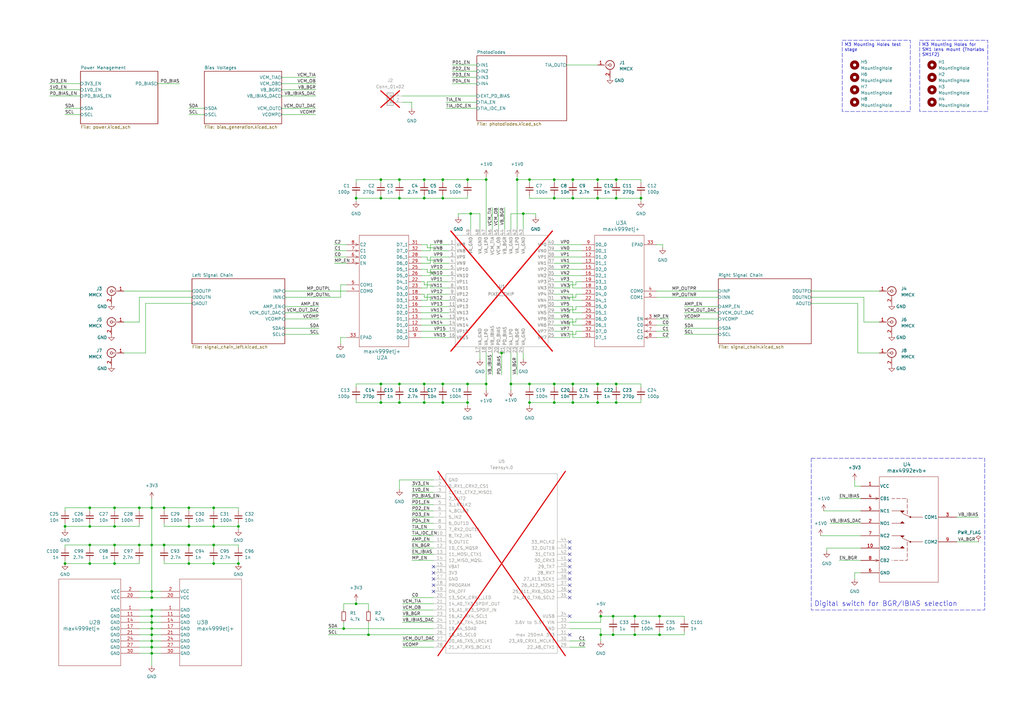
<source format=kicad_sch>
(kicad_sch (version 20230121) (generator eeschema)
  (paper "A3")
  (junction (at 214.63 87.63))
  (junction (at 252.73 157.48))
  (junction (at 209.55 157.48))
  (junction (at 270.51 260.35))
  (junction (at 156.21 81.28))
  (junction (at 205.74 144.78))
  (junction (at 173.99 81.28))
  (junction (at 173.99 165.1))
  (junction (at 163.83 81.28))
  (junction (at 97.79 215.9))
  (junction (at 227.33 157.48))
  (junction (at 245.11 165.1))
  (junction (at 57.15 223.52))
  (junction (at 46.99 215.9))
  (junction (at 191.77 157.48))
  (junction (at 77.47 215.9))
  (junction (at 26.67 231.14))
  (junction (at 67.31 208.28))
  (junction (at 46.99 231.14))
  (junction (at 140.97 257.81))
  (junction (at 146.05 81.28))
  (junction (at 67.31 223.52))
  (junction (at 163.83 73.66))
  (junction (at 181.61 165.1))
  (junction (at 87.63 223.52))
  (junction (at 260.35 252.73))
  (junction (at 62.23 208.28))
  (junction (at 87.63 208.28))
  (junction (at 173.99 157.48))
  (junction (at 217.17 165.1))
  (junction (at 252.73 73.66))
  (junction (at 173.99 73.66))
  (junction (at 262.89 81.28))
  (junction (at 260.35 260.35))
  (junction (at 191.77 165.1))
  (junction (at 246.38 260.35))
  (junction (at 199.39 73.66))
  (junction (at 36.83 223.52))
  (junction (at 46.99 223.52))
  (junction (at 227.33 165.1))
  (junction (at 146.05 247.65))
  (junction (at 97.79 231.14))
  (junction (at 77.47 223.52))
  (junction (at 36.83 208.28))
  (junction (at 163.83 165.1))
  (junction (at 227.33 81.28))
  (junction (at 77.47 231.14))
  (junction (at 193.04 87.63))
  (junction (at 156.21 73.66))
  (junction (at 212.09 73.66))
  (junction (at 163.83 157.48))
  (junction (at 62.23 245.11))
  (junction (at 234.95 165.1))
  (junction (at 62.23 255.27))
  (junction (at 270.51 252.73))
  (junction (at 62.23 257.81))
  (junction (at 57.15 208.28))
  (junction (at 251.46 252.73))
  (junction (at 46.99 208.28))
  (junction (at 62.23 265.43))
  (junction (at 156.21 157.48))
  (junction (at 36.83 231.14))
  (junction (at 62.23 242.57))
  (junction (at 252.73 81.28))
  (junction (at 87.63 215.9))
  (junction (at 181.61 81.28))
  (junction (at 245.11 157.48))
  (junction (at 234.95 73.66))
  (junction (at 62.23 262.89))
  (junction (at 234.95 157.48))
  (junction (at 245.11 81.28))
  (junction (at 62.23 223.52))
  (junction (at 191.77 73.66))
  (junction (at 156.21 165.1))
  (junction (at 217.17 157.48))
  (junction (at 245.11 73.66))
  (junction (at 62.23 267.97))
  (junction (at 181.61 73.66))
  (junction (at 227.33 73.66))
  (junction (at 199.39 157.48))
  (junction (at 62.23 260.35))
  (junction (at 252.73 165.1))
  (junction (at 251.46 260.35))
  (junction (at 246.38 252.73))
  (junction (at 62.23 250.19))
  (junction (at 36.83 215.9))
  (junction (at 26.67 215.9))
  (junction (at 77.47 208.28))
  (junction (at 181.61 157.48))
  (junction (at 234.95 81.28))
  (junction (at 217.17 73.66))
  (junction (at 151.13 260.35))
  (junction (at 87.63 231.14))
  (junction (at 62.23 252.73))
  (no_connect (at 177.8 234.95))
  (no_connect (at 233.68 240.03))
  (no_connect (at 177.8 237.49))
  (no_connect (at 233.68 224.79))
  (no_connect (at 233.68 242.57))
  (no_connect (at 233.68 229.87))
  (no_connect (at 233.68 260.35))
  (no_connect (at 177.8 242.57))
  (no_connect (at 177.8 232.41))
  (no_connect (at 233.68 232.41))
  (no_connect (at 233.68 245.11))
  (no_connect (at 233.68 252.73))
  (no_connect (at 177.8 240.03))
  (no_connect (at 233.68 237.49))
  (no_connect (at 233.68 227.33))
  (no_connect (at 233.68 234.95))
  (no_connect (at 233.68 222.25))
  (wire (pts (xy 146.05 157.48) (xy 146.05 158.75)))
  (wire (pts (xy 217.17 80.01) (xy 217.17 81.28)))
  (wire (pts (xy 168.91 209.55) (xy 177.8 209.55)))
  (wire (pts (xy 227.33 165.1) (xy 234.95 165.1)))
  (wire (pts (xy 67.31 229.87) (xy 67.31 231.14)))
  (wire (pts (xy 245.11 157.48) (xy 245.11 158.75)))
  (wire (pts (xy 233.68 127) (xy 236.22 127)))
  (wire (pts (xy 172.72 123.19) (xy 175.26 123.19)))
  (wire (pts (xy 214.63 87.63) (xy 209.55 87.63)))
  (wire (pts (xy 156.21 80.01) (xy 156.21 81.28)))
  (wire (pts (xy 116.84 130.81) (xy 130.81 130.81)))
  (wire (pts (xy 227.33 138.43) (xy 233.68 138.43)))
  (wire (pts (xy 175.26 101.6) (xy 175.26 100.33)))
  (wire (pts (xy 274.32 138.43) (xy 269.24 138.43)))
  (wire (pts (xy 26.67 224.79) (xy 26.67 223.52)))
  (wire (pts (xy 232.41 26.67) (xy 245.11 26.67)))
  (wire (pts (xy 350.52 199.39) (xy 353.06 199.39)))
  (wire (pts (xy 26.67 215.9) (xy 36.83 215.9)))
  (wire (pts (xy 77.47 215.9) (xy 87.63 215.9)))
  (wire (pts (xy 20.32 36.83) (xy 33.02 36.83)))
  (wire (pts (xy 233.68 128.27) (xy 233.68 127)))
  (wire (pts (xy 172.72 100.33) (xy 175.26 100.33)))
  (wire (pts (xy 181.61 157.48) (xy 173.99 157.48)))
  (wire (pts (xy 62.23 257.81) (xy 62.23 260.35)))
  (wire (pts (xy 46.99 215.9) (xy 57.15 215.9)))
  (wire (pts (xy 62.23 250.19) (xy 62.23 252.73)))
  (wire (pts (xy 212.09 72.39) (xy 212.09 73.66)))
  (wire (pts (xy 185.42 26.67) (xy 195.58 26.67)))
  (wire (pts (xy 227.33 100.33) (xy 238.76 100.33)))
  (wire (pts (xy 177.8 107.95) (xy 184.15 107.95)))
  (wire (pts (xy 57.15 223.52) (xy 46.99 223.52)))
  (wire (pts (xy 36.83 208.28) (xy 46.99 208.28)))
  (wire (pts (xy 115.57 39.37) (xy 129.54 39.37)))
  (wire (pts (xy 156.21 157.48) (xy 146.05 157.48)))
  (wire (pts (xy 185.42 31.75) (xy 195.58 31.75)))
  (wire (pts (xy 227.33 120.65) (xy 234.95 120.65)))
  (wire (pts (xy 184.15 123.19) (xy 176.53 123.19)))
  (wire (pts (xy 350.52 196.85) (xy 350.52 199.39)))
  (wire (pts (xy 62.23 242.57) (xy 62.23 245.11)))
  (wire (pts (xy 262.89 157.48) (xy 262.89 158.75)))
  (wire (pts (xy 269.24 121.92) (xy 294.64 121.92)))
  (wire (pts (xy 163.83 163.83) (xy 163.83 165.1)))
  (wire (pts (xy 26.67 229.87) (xy 26.67 231.14)))
  (wire (pts (xy 116.84 119.38) (xy 142.24 119.38)))
  (wire (pts (xy 62.23 245.11) (xy 66.04 245.11)))
  (wire (pts (xy 78.74 119.38) (xy 50.8 119.38)))
  (wire (pts (xy 46.99 208.28) (xy 57.15 208.28)))
  (wire (pts (xy 351.79 124.46) (xy 332.74 124.46)))
  (wire (pts (xy 392.43 212.09) (xy 401.32 212.09)))
  (wire (pts (xy 233.68 262.89) (xy 240.03 262.89)))
  (wire (pts (xy 77.47 214.63) (xy 77.47 215.9)))
  (wire (pts (xy 252.73 73.66) (xy 252.73 74.93)))
  (wire (pts (xy 212.09 73.66) (xy 217.17 73.66)))
  (wire (pts (xy 168.91 219.71) (xy 177.8 219.71)))
  (wire (pts (xy 172.72 110.49) (xy 175.26 110.49)))
  (wire (pts (xy 233.68 116.84) (xy 236.22 116.84)))
  (wire (pts (xy 77.47 224.79) (xy 77.47 223.52)))
  (wire (pts (xy 245.11 81.28) (xy 252.73 81.28)))
  (wire (pts (xy 163.83 165.1) (xy 173.99 165.1)))
  (wire (pts (xy 134.62 257.81) (xy 140.97 257.81)))
  (wire (pts (xy 392.43 222.25) (xy 401.32 222.25)))
  (wire (pts (xy 172.72 115.57) (xy 173.99 115.57)))
  (wire (pts (xy 252.73 157.48) (xy 252.73 158.75)))
  (wire (pts (xy 87.63 223.52) (xy 97.79 223.52)))
  (wire (pts (xy 116.84 134.62) (xy 130.81 134.62)))
  (wire (pts (xy 262.89 80.01) (xy 262.89 81.28)))
  (wire (pts (xy 77.47 46.99) (xy 83.82 46.99)))
  (wire (pts (xy 137.16 107.95) (xy 142.24 107.95)))
  (wire (pts (xy 173.99 157.48) (xy 173.99 158.75)))
  (wire (pts (xy 191.77 166.37) (xy 191.77 165.1)))
  (wire (pts (xy 59.69 124.46) (xy 78.74 124.46)))
  (wire (pts (xy 245.11 163.83) (xy 245.11 165.1)))
  (wire (pts (xy 57.15 260.35) (xy 62.23 260.35)))
  (wire (pts (xy 245.11 165.1) (xy 252.73 165.1)))
  (wire (pts (xy 176.53 110.49) (xy 176.53 113.03)))
  (wire (pts (xy 20.32 34.29) (xy 33.02 34.29)))
  (wire (pts (xy 36.83 231.14) (xy 26.67 231.14)))
  (wire (pts (xy 260.35 260.35) (xy 251.46 260.35)))
  (wire (pts (xy 252.73 157.48) (xy 262.89 157.48)))
  (wire (pts (xy 360.68 132.08) (xy 354.33 132.08)))
  (wire (pts (xy 227.33 81.28) (xy 234.95 81.28)))
  (wire (pts (xy 280.67 254) (xy 280.67 252.73)))
  (wire (pts (xy 140.97 247.65) (xy 146.05 247.65)))
  (wire (pts (xy 181.61 157.48) (xy 181.61 158.75)))
  (wire (pts (xy 165.1 247.65) (xy 177.8 247.65)))
  (wire (pts (xy 191.77 157.48) (xy 191.77 158.75)))
  (wire (pts (xy 115.57 46.99) (xy 129.54 46.99)))
  (wire (pts (xy 87.63 215.9) (xy 97.79 215.9)))
  (wire (pts (xy 116.84 121.92) (xy 139.7 121.92)))
  (wire (pts (xy 67.31 214.63) (xy 67.31 215.9)))
  (wire (pts (xy 340.36 214.63) (xy 353.06 214.63)))
  (wire (pts (xy 36.83 223.52) (xy 36.83 224.79)))
  (wire (pts (xy 168.91 212.09) (xy 177.8 212.09)))
  (wire (pts (xy 146.05 246.38) (xy 146.05 247.65)))
  (wire (pts (xy 26.67 208.28) (xy 36.83 208.28)))
  (wire (pts (xy 168.91 217.17) (xy 177.8 217.17)))
  (wire (pts (xy 205.74 144.78) (xy 205.74 153.67)))
  (wire (pts (xy 236.22 135.89) (xy 238.76 135.89)))
  (wire (pts (xy 57.15 245.11) (xy 62.23 245.11)))
  (wire (pts (xy 46.99 229.87) (xy 46.99 231.14)))
  (wire (pts (xy 67.31 208.28) (xy 77.47 208.28)))
  (wire (pts (xy 62.23 252.73) (xy 66.04 252.73)))
  (wire (pts (xy 146.05 247.65) (xy 151.13 247.65)))
  (wire (pts (xy 177.8 102.87) (xy 177.8 101.6)))
  (wire (pts (xy 176.53 123.19) (xy 176.53 121.92)))
  (wire (pts (xy 209.55 87.63) (xy 209.55 93.98)))
  (wire (pts (xy 146.05 163.83) (xy 146.05 165.1)))
  (wire (pts (xy 177.8 196.85) (xy 163.83 196.85)))
  (wire (pts (xy 260.35 259.08) (xy 260.35 260.35)))
  (wire (pts (xy 151.13 255.27) (xy 151.13 260.35)))
  (wire (pts (xy 177.8 245.11) (xy 168.91 245.11)))
  (wire (pts (xy 36.83 229.87) (xy 36.83 231.14)))
  (wire (pts (xy 137.16 102.87) (xy 142.24 102.87)))
  (wire (pts (xy 351.79 144.78) (xy 351.79 124.46)))
  (wire (pts (xy 294.64 137.16) (xy 280.67 137.16)))
  (wire (pts (xy 187.96 88.9) (xy 187.96 87.63)))
  (wire (pts (xy 176.53 121.92) (xy 173.99 121.92)))
  (wire (pts (xy 217.17 166.37) (xy 217.17 165.1)))
  (wire (pts (xy 163.83 81.28) (xy 173.99 81.28)))
  (wire (pts (xy 97.79 217.17) (xy 97.79 215.9)))
  (wire (pts (xy 156.21 157.48) (xy 156.21 158.75)))
  (wire (pts (xy 165.1 41.91) (xy 168.91 41.91)))
  (wire (pts (xy 336.55 219.71) (xy 353.06 219.71)))
  (wire (pts (xy 168.91 201.93) (xy 177.8 201.93)))
  (wire (pts (xy 234.95 133.35) (xy 238.76 133.35)))
  (wire (pts (xy 168.91 207.01) (xy 177.8 207.01)))
  (wire (pts (xy 219.71 88.9) (xy 219.71 87.63)))
  (wire (pts (xy 156.21 73.66) (xy 146.05 73.66)))
  (wire (pts (xy 270.51 259.08) (xy 270.51 260.35)))
  (wire (pts (xy 116.84 128.27) (xy 130.81 128.27)))
  (wire (pts (xy 173.99 163.83) (xy 173.99 165.1)))
  (wire (pts (xy 201.93 85.09) (xy 201.93 93.98)))
  (wire (pts (xy 173.99 121.92) (xy 173.99 120.65)))
  (wire (pts (xy 165.1 39.37) (xy 195.58 39.37)))
  (wire (pts (xy 270.51 260.35) (xy 260.35 260.35)))
  (wire (pts (xy 191.77 73.66) (xy 191.77 74.93)))
  (wire (pts (xy 234.95 115.57) (xy 234.95 118.11)))
  (wire (pts (xy 233.68 123.19) (xy 233.68 121.92)))
  (wire (pts (xy 177.8 229.87) (xy 168.91 229.87)))
  (wire (pts (xy 87.63 208.28) (xy 97.79 208.28)))
  (wire (pts (xy 234.95 120.65) (xy 234.95 123.19)))
  (wire (pts (xy 236.22 137.16) (xy 236.22 135.89)))
  (wire (pts (xy 354.33 121.92) (xy 332.74 121.92)))
  (wire (pts (xy 62.23 265.43) (xy 66.04 265.43)))
  (wire (pts (xy 233.68 137.16) (xy 236.22 137.16)))
  (wire (pts (xy 233.68 121.92) (xy 236.22 121.92)))
  (wire (pts (xy 191.77 80.01) (xy 191.77 81.28)))
  (wire (pts (xy 191.77 157.48) (xy 181.61 157.48)))
  (wire (pts (xy 87.63 214.63) (xy 87.63 215.9)))
  (wire (pts (xy 172.72 120.65) (xy 173.99 120.65)))
  (wire (pts (xy 207.01 85.09) (xy 207.01 93.98)))
  (wire (pts (xy 57.15 229.87) (xy 57.15 231.14)))
  (wire (pts (xy 57.15 214.63) (xy 57.15 215.9)))
  (wire (pts (xy 57.15 231.14) (xy 46.99 231.14)))
  (wire (pts (xy 87.63 208.28) (xy 87.63 209.55)))
  (wire (pts (xy 294.64 128.27) (xy 280.67 128.27)))
  (wire (pts (xy 209.55 157.48) (xy 217.17 157.48)))
  (wire (pts (xy 201.93 144.78) (xy 201.93 153.67)))
  (wire (pts (xy 57.15 132.08) (xy 57.15 121.92)))
  (wire (pts (xy 59.69 144.78) (xy 59.69 124.46)))
  (wire (pts (xy 227.33 73.66) (xy 234.95 73.66)))
  (wire (pts (xy 350.52 234.95) (xy 350.52 237.49)))
  (wire (pts (xy 77.47 44.45) (xy 83.82 44.45)))
  (wire (pts (xy 227.33 73.66) (xy 227.33 74.93)))
  (wire (pts (xy 217.17 157.48) (xy 227.33 157.48)))
  (wire (pts (xy 344.17 204.47) (xy 353.06 204.47)))
  (wire (pts (xy 227.33 157.48) (xy 234.95 157.48)))
  (wire (pts (xy 142.24 138.43) (xy 139.7 138.43)))
  (wire (pts (xy 116.84 137.16) (xy 130.81 137.16)))
  (wire (pts (xy 163.83 73.66) (xy 156.21 73.66)))
  (wire (pts (xy 176.53 105.41) (xy 176.53 107.95)))
  (wire (pts (xy 139.7 121.92) (xy 139.7 116.84)))
  (wire (pts (xy 163.83 157.48) (xy 156.21 157.48)))
  (wire (pts (xy 204.47 144.78) (xy 205.74 144.78)))
  (wire (pts (xy 227.33 133.35) (xy 233.68 133.35)))
  (wire (pts (xy 187.96 87.63) (xy 193.04 87.63)))
  (wire (pts (xy 173.99 73.66) (xy 163.83 73.66)))
  (wire (pts (xy 236.22 132.08) (xy 236.22 130.81)))
  (wire (pts (xy 177.8 106.68) (xy 175.26 106.68)))
  (wire (pts (xy 176.53 118.11) (xy 176.53 116.84)))
  (wire (pts (xy 181.61 81.28) (xy 191.77 81.28)))
  (wire (pts (xy 62.23 250.19) (xy 66.04 250.19)))
  (wire (pts (xy 116.84 125.73) (xy 130.81 125.73)))
  (wire (pts (xy 217.17 157.48) (xy 217.17 158.75)))
  (wire (pts (xy 234.95 157.48) (xy 234.95 158.75)))
  (wire (pts (xy 163.83 80.01) (xy 163.83 81.28)))
  (wire (pts (xy 354.33 132.08) (xy 354.33 121.92)))
  (wire (pts (xy 168.91 224.79) (xy 177.8 224.79)))
  (wire (pts (xy 234.95 157.48) (xy 245.11 157.48)))
  (wire (pts (xy 262.89 82.55) (xy 262.89 81.28)))
  (wire (pts (xy 214.63 87.63) (xy 219.71 87.63)))
  (wire (pts (xy 77.47 229.87) (xy 77.47 231.14)))
  (wire (pts (xy 274.32 130.81) (xy 269.24 130.81)))
  (wire (pts (xy 46.99 223.52) (xy 36.83 223.52)))
  (wire (pts (xy 251.46 252.73) (xy 251.46 254)))
  (wire (pts (xy 165.1 255.27) (xy 177.8 255.27)))
  (wire (pts (xy 57.15 223.52) (xy 57.15 224.79)))
  (wire (pts (xy 181.61 163.83) (xy 181.61 165.1)))
  (wire (pts (xy 57.15 250.19) (xy 62.23 250.19)))
  (wire (pts (xy 246.38 252.73) (xy 251.46 252.73)))
  (wire (pts (xy 163.83 165.1) (xy 156.21 165.1)))
  (wire (pts (xy 227.33 125.73) (xy 234.95 125.73)))
  (wire (pts (xy 62.23 267.97) (xy 66.04 267.97)))
  (wire (pts (xy 177.8 102.87) (xy 184.15 102.87)))
  (wire (pts (xy 165.1 262.89) (xy 177.8 262.89)))
  (wire (pts (xy 36.83 223.52) (xy 26.67 223.52)))
  (wire (pts (xy 344.17 229.87) (xy 353.06 229.87)))
  (wire (pts (xy 184.15 115.57) (xy 175.26 115.57)))
  (wire (pts (xy 36.83 214.63) (xy 36.83 215.9)))
  (wire (pts (xy 227.33 130.81) (xy 234.95 130.81)))
  (wire (pts (xy 173.99 80.01) (xy 173.99 81.28)))
  (wire (pts (xy 185.42 34.29) (xy 195.58 34.29)))
  (wire (pts (xy 217.17 73.66) (xy 217.17 74.93)))
  (wire (pts (xy 177.8 113.03) (xy 177.8 111.76)))
  (wire (pts (xy 245.11 73.66) (xy 252.73 73.66)))
  (wire (pts (xy 181.61 165.1) (xy 173.99 165.1)))
  (wire (pts (xy 97.79 208.28) (xy 97.79 209.55)))
  (wire (pts (xy 177.8 101.6) (xy 175.26 101.6)))
  (wire (pts (xy 262.89 163.83) (xy 262.89 165.1)))
  (wire (pts (xy 191.77 163.83) (xy 191.77 165.1)))
  (wire (pts (xy 245.11 81.28) (xy 234.95 81.28)))
  (wire (pts (xy 177.8 111.76) (xy 175.26 111.76)))
  (wire (pts (xy 184.15 100.33) (xy 176.53 100.33)))
  (wire (pts (xy 234.95 118.11) (xy 238.76 118.11)))
  (wire (pts (xy 172.72 135.89) (xy 184.15 135.89)))
  (wire (pts (xy 209.55 157.48) (xy 209.55 160.02)))
  (wire (pts (xy 140.97 255.27) (xy 140.97 257.81)))
  (wire (pts (xy 151.13 247.65) (xy 151.13 250.19)))
  (wire (pts (xy 140.97 250.19) (xy 140.97 247.65)))
  (wire (pts (xy 46.99 214.63) (xy 46.99 215.9)))
  (wire (pts (xy 262.89 73.66) (xy 262.89 74.93)))
  (wire (pts (xy 217.17 163.83) (xy 217.17 165.1)))
  (wire (pts (xy 62.23 265.43) (xy 62.23 267.97)))
  (wire (pts (xy 196.85 144.78) (xy 196.85 147.32)))
  (wire (pts (xy 146.05 73.66) (xy 146.05 74.93)))
  (wire (pts (xy 227.33 157.48) (xy 227.33 158.75)))
  (wire (pts (xy 146.05 80.01) (xy 146.05 81.28)))
  (wire (pts (xy 227.33 123.19) (xy 233.68 123.19)))
  (wire (pts (xy 234.95 123.19) (xy 238.76 123.19)))
  (wire (pts (xy 360.68 144.78) (xy 351.79 144.78)))
  (wire (pts (xy 67.31 231.14) (xy 77.47 231.14)))
  (wire (pts (xy 176.53 107.95) (xy 172.72 107.95)))
  (wire (pts (xy 234.95 125.73) (xy 234.95 128.27)))
  (wire (pts (xy 214.63 87.63) (xy 214.63 93.98)))
  (wire (pts (xy 62.23 260.35) (xy 66.04 260.35)))
  (wire (pts (xy 77.47 208.28) (xy 77.47 209.55)))
  (wire (pts (xy 168.91 41.91) (xy 168.91 44.45)))
  (wire (pts (xy 46.99 208.28) (xy 46.99 209.55)))
  (wire (pts (xy 175.26 120.65) (xy 175.26 123.19)))
  (wire (pts (xy 234.95 130.81) (xy 234.95 133.35)))
  (wire (pts (xy 62.23 257.81) (xy 66.04 257.81)))
  (wire (pts (xy 173.99 157.48) (xy 163.83 157.48)))
  (wire (pts (xy 332.74 119.38) (xy 360.68 119.38)))
  (wire (pts (xy 204.47 85.09) (xy 204.47 93.98)))
  (wire (pts (xy 46.99 231.14) (xy 36.83 231.14)))
  (wire (pts (xy 87.63 223.52) (xy 87.63 224.79)))
  (wire (pts (xy 245.11 165.1) (xy 234.95 165.1)))
  (wire (pts (xy 227.33 115.57) (xy 234.95 115.57)))
  (wire (pts (xy 271.78 100.33) (xy 271.78 101.6)))
  (wire (pts (xy 227.33 102.87) (xy 238.76 102.87)))
  (wire (pts (xy 199.39 157.48) (xy 191.77 157.48)))
  (wire (pts (xy 294.64 134.62) (xy 280.67 134.62)))
  (wire (pts (xy 233.68 257.81) (xy 246.38 257.81)))
  (wire (pts (xy 62.23 260.35) (xy 62.23 262.89)))
  (wire (pts (xy 270.51 252.73) (xy 280.67 252.73)))
  (wire (pts (xy 67.31 223.52) (xy 77.47 223.52)))
  (wire (pts (xy 139.7 116.84) (xy 142.24 116.84)))
  (wire (pts (xy 62.23 265.43) (xy 57.15 265.43)))
  (wire (pts (xy 62.23 223.52) (xy 67.31 223.52)))
  (wire (pts (xy 227.33 107.95) (xy 238.76 107.95)))
  (wire (pts (xy 196.85 87.63) (xy 196.85 93.98)))
  (wire (pts (xy 165.1 250.19) (xy 177.8 250.19)))
  (wire (pts (xy 181.61 165.1) (xy 191.77 165.1)))
  (wire (pts (xy 64.77 34.29) (xy 73.66 34.29)))
  (wire (pts (xy 87.63 231.14) (xy 97.79 231.14)))
  (wire (pts (xy 181.61 81.28) (xy 173.99 81.28)))
  (wire (pts (xy 57.15 255.27) (xy 62.23 255.27)))
  (wire (pts (xy 199.39 73.66) (xy 191.77 73.66)))
  (wire (pts (xy 139.7 138.43) (xy 139.7 140.97)))
  (wire (pts (xy 269.24 100.33) (xy 271.78 100.33)))
  (wire (pts (xy 26.67 214.63) (xy 26.67 215.9)))
  (wire (pts (xy 233.68 265.43) (xy 240.03 265.43)))
  (wire (pts (xy 262.89 81.28) (xy 252.73 81.28)))
  (wire (pts (xy 115.57 44.45) (xy 129.54 44.45)))
  (wire (pts (xy 233.68 118.11) (xy 233.68 116.84)))
  (wire (pts (xy 246.38 257.81) (xy 246.38 260.35)))
  (wire (pts (xy 62.23 255.27) (xy 62.23 257.81)))
  (wire (pts (xy 193.04 87.63) (xy 193.04 93.98)))
  (wire (pts (xy 87.63 229.87) (xy 87.63 231.14)))
  (wire (pts (xy 234.95 73.66) (xy 234.95 74.93)))
  (wire (pts (xy 227.33 128.27) (xy 233.68 128.27)))
  (wire (pts (xy 234.95 80.01) (xy 234.95 81.28)))
  (wire (pts (xy 172.72 105.41) (xy 175.26 105.41)))
  (wire (pts (xy 176.53 105.41) (xy 184.15 105.41)))
  (wire (pts (xy 36.83 208.28) (xy 36.83 209.55)))
  (wire (pts (xy 236.22 120.65) (xy 238.76 120.65)))
  (wire (pts (xy 62.23 257.81) (xy 57.15 257.81)))
  (wire (pts (xy 168.91 214.63) (xy 177.8 214.63)))
  (wire (pts (xy 62.23 242.57) (xy 66.04 242.57)))
  (wire (pts (xy 339.09 226.06) (xy 339.09 224.79)))
  (wire (pts (xy 62.23 262.89) (xy 57.15 262.89)))
  (wire (pts (xy 62.23 262.89) (xy 62.23 265.43)))
  (wire (pts (xy 227.33 118.11) (xy 233.68 118.11)))
  (wire (pts (xy 185.42 29.21) (xy 195.58 29.21)))
  (wire (pts (xy 184.15 118.11) (xy 176.53 118.11)))
  (wire (pts (xy 62.23 223.52) (xy 62.23 242.57)))
  (wire (pts (xy 199.39 72.39) (xy 199.39 73.66)))
  (wire (pts (xy 245.11 157.48) (xy 252.73 157.48)))
  (wire (pts (xy 236.22 127) (xy 236.22 125.73)))
  (wire (pts (xy 115.57 34.29) (xy 129.54 34.29)))
  (wire (pts (xy 252.73 163.83) (xy 252.73 165.1)))
  (wire (pts (xy 97.79 214.63) (xy 97.79 215.9)))
  (wire (pts (xy 227.33 110.49) (xy 238.76 110.49)))
  (wire (pts (xy 175.26 115.57) (xy 175.26 118.11)))
  (wire (pts (xy 181.61 73.66) (xy 181.61 74.93)))
  (wire (pts (xy 274.32 135.89) (xy 269.24 135.89)))
  (wire (pts (xy 182.88 44.45) (xy 195.58 44.45)))
  (wire (pts (xy 67.31 223.52) (xy 67.31 224.79)))
  (wire (pts (xy 62.23 267.97) (xy 62.23 273.05)))
  (wire (pts (xy 57.15 121.92) (xy 78.74 121.92)))
  (wire (pts (xy 177.8 113.03) (xy 184.15 113.03)))
  (wire (pts (xy 97.79 229.87) (xy 97.79 231.14)))
  (wire (pts (xy 246.38 260.35) (xy 246.38 262.89)))
  (wire (pts (xy 236.22 121.92) (xy 236.22 120.65)))
  (wire (pts (xy 26.67 44.45) (xy 33.02 44.45)))
  (wire (pts (xy 173.99 73.66) (xy 173.99 74.93)))
  (wire (pts (xy 62.23 262.89) (xy 66.04 262.89)))
  (wire (pts (xy 36.83 215.9) (xy 46.99 215.9)))
  (wire (pts (xy 227.33 105.41) (xy 238.76 105.41)))
  (wire (pts (xy 236.22 125.73) (xy 238.76 125.73)))
  (wire (pts (xy 163.83 81.28) (xy 156.21 81.28)))
  (wire (pts (xy 172.72 138.43) (xy 184.15 138.43)))
  (wire (pts (xy 163.83 73.66) (xy 163.83 74.93)))
  (wire (pts (xy 165.1 252.73) (xy 177.8 252.73)))
  (wire (pts (xy 176.53 116.84) (xy 173.99 116.84)))
  (wire (pts (xy 165.1 265.43) (xy 177.8 265.43)))
  (wire (pts (xy 172.72 130.81) (xy 184.15 130.81)))
  (wire (pts (xy 234.95 128.27) (xy 238.76 128.27)))
  (wire (pts (xy 57.15 223.52) (xy 62.23 223.52)))
  (wire (pts (xy 77.47 208.28) (xy 87.63 208.28)))
  (wire (pts (xy 62.23 204.47) (xy 62.23 208.28)))
  (wire (pts (xy 57.15 208.28) (xy 62.23 208.28)))
  (wire (pts (xy 233.68 132.08) (xy 236.22 132.08)))
  (wire (pts (xy 199.39 73.66) (xy 199.39 93.98)))
  (wire (pts (xy 62.23 255.27) (xy 66.04 255.27)))
  (wire (pts (xy 146.05 165.1) (xy 156.21 165.1)))
  (wire (pts (xy 175.26 106.68) (xy 175.26 105.41)))
  (wire (pts (xy 270.51 252.73) (xy 270.51 254)))
  (wire (pts (xy 26.67 209.55) (xy 26.67 208.28)))
  (wire (pts (xy 115.57 36.83) (xy 129.54 36.83)))
  (wire (pts (xy 177.8 107.95) (xy 177.8 106.68)))
  (wire (pts (xy 233.68 255.27) (xy 246.38 255.27)))
  (wire (pts (xy 262.89 165.1) (xy 252.73 165.1)))
  (wire (pts (xy 269.24 119.38) (xy 294.64 119.38)))
  (wire (pts (xy 260.35 252.73) (xy 260.35 254)))
  (wire (pts (xy 181.61 73.66) (xy 173.99 73.66)))
  (wire (pts (xy 137.16 100.33) (xy 142.24 100.33)))
  (wire (pts (xy 214.63 144.78) (xy 214.63 147.32)))
  (wire (pts (xy 245.11 80.01) (xy 245.11 81.28)))
  (wire (pts (xy 270.51 260.35) (xy 280.67 260.35)))
  (wire (pts (xy 245.11 73.66) (xy 245.11 74.93)))
  (wire (pts (xy 57.15 267.97) (xy 62.23 267.97)))
  (wire (pts (xy 50.8 144.78) (xy 59.69 144.78)))
  (wire (pts (xy 234.95 73.66) (xy 245.11 73.66)))
  (wire (pts (xy 46.99 224.79) (xy 46.99 223.52)))
  (wire (pts (xy 168.91 199.39) (xy 177.8 199.39)))
  (wire (pts (xy 181.61 80.01) (xy 181.61 81.28)))
  (wire (pts (xy 57.15 208.28) (xy 57.15 209.55)))
  (wire (pts (xy 172.72 125.73) (xy 184.15 125.73)))
  (wire (pts (xy 251.46 252.73) (xy 260.35 252.73)))
  (wire (pts (xy 20.32 39.37) (xy 33.02 39.37)))
  (wire (pts (xy 137.16 105.41) (xy 142.24 105.41)))
  (wire (pts (xy 62.23 208.28) (xy 62.23 223.52)))
  (wire (pts (xy 172.72 133.35) (xy 184.15 133.35)))
  (wire (pts (xy 227.33 135.89) (xy 234.95 135.89)))
  (wire (pts (xy 217.17 73.66) (xy 227.33 73.66)))
  (wire (pts (xy 57.15 242.57) (xy 62.23 242.57)))
  (wire (pts (xy 212.09 73.66) (xy 212.09 93.98)))
  (wire (pts (xy 252.73 80.01) (xy 252.73 81.28)))
  (wire (pts (xy 199.39 144.78) (xy 199.39 157.48)))
  (wire (pts (xy 151.13 260.35) (xy 177.8 260.35)))
  (wire (pts (xy 97.79 224.79) (xy 97.79 223.52)))
  (wire (pts (xy 26.67 217.17) (xy 26.67 215.9)))
  (wire (pts (xy 199.39 157.48) (xy 199.39 160.02)))
  (wire (pts (xy 62.23 252.73) (xy 62.23 255.27)))
  (wire (pts (xy 176.53 113.03) (xy 172.72 113.03)))
  (wire (pts (xy 233.68 133.35) (xy 233.68 132.08)))
  (wire (pts (xy 236.22 115.57) (xy 238.76 115.57)))
  (wire (pts (xy 173.99 116.84) (xy 173.99 115.57)))
  (wire (pts (xy 353.06 234.95) (xy 350.52 234.95)))
  (wire (pts (xy 175.26 111.76) (xy 175.26 110.49)))
  (wire (pts (xy 205.74 144.78) (xy 207.01 144.78)))
  (wire (pts (xy 115.57 31.75) (xy 129.54 31.75)))
  (wire (pts (xy 175.26 120.65) (xy 184.15 120.65)))
  (wire (pts (xy 227.33 81.28) (xy 217.17 81.28)))
  (wire (pts (xy 172.72 128.27) (xy 184.15 128.27)))
  (wire (pts (xy 146.05 81.28) (xy 156.21 81.28)))
  (wire (pts (xy 77.47 223.52) (xy 87.63 223.52)))
  (wire (pts (xy 134.62 260.35) (xy 151.13 260.35)))
  (wire (pts (xy 172.72 118.11) (xy 175.26 118.11)))
  (wire (pts (xy 182.88 41.91) (xy 195.58 41.91)))
  (wire (pts (xy 227.33 165.1) (xy 217.17 165.1)))
  (wire (pts (xy 236.22 116.84) (xy 236.22 115.57)))
  (wire (pts (xy 209.55 144.78) (xy 209.55 157.48)))
  (wire (pts (xy 280.67 260.35) (xy 280.67 259.08)))
  (wire (pts (xy 191.77 73.66) (xy 181.61 73.66)))
  (wire (pts (xy 176.53 110.49) (xy 184.15 110.49)))
  (wire (pts (xy 246.38 252.73) (xy 246.38 255.27)))
  (wire (pts (xy 294.64 125.73) (xy 280.67 125.73)))
  (wire (pts (xy 234.95 138.43) (xy 238.76 138.43)))
  (wire (pts (xy 252.73 73.66) (xy 262.89 73.66)))
  (wire (pts (xy 251.46 260.35) (xy 246.38 260.35)))
  (wire (pts (xy 67.31 215.9) (xy 77.47 215.9)))
  (wire (pts (xy 77.47 231.14) (xy 87.63 231.14)))
  (wire (pts (xy 156.21 163.83) (xy 156.21 165.1)))
  (wire (pts (xy 146.05 82.55) (xy 146.05 81.28)))
  (wire (pts (xy 236.22 130.81) (xy 238.76 130.81)))
  (wire (pts (xy 168.91 204.47) (xy 177.8 204.47)))
  (wire (pts (xy 337.82 209.55) (xy 353.06 209.55)))
  (wire (pts (xy 234.95 163.83) (xy 234.95 165.1)))
  (wire (pts (xy 50.8 132.08) (xy 57.15 132.08)))
  (wire (pts (xy 26.67 46.99) (xy 33.02 46.99)))
  (wire (pts (xy 156.21 73.66) (xy 156.21 74.93)))
  (wire (pts (xy 67.31 208.28) (xy 62.23 208.28)))
  (wire (pts (xy 227.33 163.83) (xy 227.33 165.1)))
  (wire (pts (xy 274.32 133.35) (xy 269.24 133.35)))
  (wire (pts (xy 168.91 222.25) (xy 177.8 222.25)))
  (wire (pts (xy 57.15 252.73) (xy 62.23 252.73)))
  (wire (pts (xy 233.68 138.43) (xy 233.68 137.16)))
  (wire (pts (xy 176.53 100.33) (xy 176.53 102.87)))
  (wire (pts (xy 227.33 80.01) (xy 227.33 81.28)))
  (wire (pts (xy 172.72 102.87) (xy 176.53 102.87)))
  (wire (pts (xy 193.04 87.63) (xy 196.85 87.63)))
  (wire (pts (xy 227.33 113.03) (xy 238.76 113.03)))
  (wire (pts (xy 339.09 224.79) (xy 353.06 224.79)))
  (wire (pts (xy 234.95 135.89) (xy 234.95 138.43)))
  (wire (pts (xy 260.35 252.73) (xy 270.51 252.73)))
  (wire (pts (xy 168.91 227.33) (xy 177.8 227.33)))
  (wire (pts (xy 67.31 208.28) (xy 67.31 209.55)))
  (wire (pts (xy 140.97 257.81) (xy 177.8 257.81)))
  (wire (pts (xy 251.46 259.08) (xy 251.46 260.35)))
  (wire (pts (xy 294.64 130.81) (xy 280.67 130.81)))
  (wire (pts (xy 163.83 157.48) (xy 163.83 158.75)))
  (wire (pts (xy 163.83 196.85) (xy 163.83 200.66)))
  (wire (pts (xy 212.09 144.78) (xy 212.09 153.67)))
  (rectangle (start 332.74 187.96) (end 403.86 250.19) (stroke (width 0) (type dash)))
  (text_box "M3 Mounting Holes test stage" (at 345.44 16.51 0) (size 27.94 29.21) (stroke (width 0) (type dash)) (effects (font (size 1.27 1.27)) (justify left top)))
  (text_box "M3 Mounting Holes for SM1 lens mount (Thorlabs SM1F2)" (at 377.19 16.51 0) (size 27.94 29.21) (stroke (width 0) (type dash)) (effects (font (size 1.27 1.27)) (justify left top)))
  (text_box "Design revision to-do:\n\nX Add a differential to single-ended converter at left and right outputs\n\nX Make the gain of the D2S converter variable/selectable\n\nX Add power-monitoring PINs/APDs in quadrature arrangement\n\nX Add micro-controller for digital interfacing (e.g. ATTiny or similar)\n\nX Single power input from DC barrel jack or similar\n\nX Generate tunable PIN/APD bias voltage on-board\n\nX Add optional comparator output\n\nX Reconfigure BGR/IBIAS enable switch so that they are mutually exclusive\n\nX Add optional lens mounting" (at 442.595 65.405 0) (size 126.365 121.285) (effects (font (size 3 3)) (justify left top)))
  (text "Digital switch for BGR/IBIAS selection" (at 334.01 248.92 0) (effects (font (size 2 2)) (justify left bottom)))
  (label "VP13" (at 181.61 125.73 180))
  (label "VP14" (at 181.61 130.81 180))
  (label "VB_IBIAS" (at 201.93 153.67 90))
  (label "VP4" (at 229.87 120.65 0))
  (label "VN8" (at 181.61 102.87 180))
  (label "PD2_EN" (at 185.42 29.21 0))
  (label "VB_IBIAS_DAC" (at 165.1 255.27 0))
  (label "MP_EN" (at 137.16 107.95 0))
  (label "VP7" (at 229.87 135.89 0))
  (label "VCM_OB" (at 129.54 34.29 180))
  (label "VCOMP" (at 165.1 265.43 0))
  (label "C1" (at 137.16 102.87 0))
  (label "3V3_EN" (at 168.91 199.39 0))
  (label "PD_BIAS_EN" (at 168.91 204.47 0))
  (label "VN12" (at 181.61 123.19 180))
  (label "VP0" (at 229.87 100.33 0))
  (label "VP15" (at 182.88 135.89 180))
  (label "VCM_TIA" (at 201.93 85.09 270))
  (label "VCM_TIA" (at 129.54 31.75 180))
  (label "SDA" (at 26.67 44.45 0))
  (label "MP_EN" (at 168.91 229.87 0))
  (label "VCM_TIA" (at 165.1 247.65 0))
  (label "VN2" (at 229.87 113.03 0))
  (label "VN11" (at 181.61 118.11 180))
  (label "VB_IBIAS_DAC" (at 129.54 39.37 180))
  (label "VP9" (at 181.61 105.41 180))
  (label "SDA" (at 134.62 257.81 0))
  (label "SDA" (at 77.47 44.45 0))
  (label "PD2_EN" (at 168.91 209.55 0))
  (label "VN10" (at 181.61 113.03 180))
  (label "VA_BGR" (at 212.09 153.67 90))
  (label "EN_BGR" (at 344.17 229.87 0))
  (label "VN4" (at 229.87 123.19 0))
  (label "SDA" (at 130.81 134.62 180))
  (label "VN6" (at 229.87 133.35 0))
  (label "VCM_OUT_DAC" (at 129.54 44.45 180))
  (label "VP8" (at 181.61 100.33 180))
  (label "VP3" (at 229.87 115.57 0))
  (label "VCM_OB" (at 165.1 250.19 0))
  (label "C0" (at 168.91 245.11 0))
  (label "AMP_EN" (at 168.91 222.25 0))
  (label "VB_IBIAS_DAC" (at 340.36 214.63 0))
  (label "VCM_OUT_DAC" (at 280.67 128.27 0))
  (label "PD_BIAS" (at 205.74 153.67 90))
  (label "VCM_OB" (at 204.47 85.09 270))
  (label "TIA_EN" (at 168.91 217.17 0))
  (label "AMP_EN" (at 130.81 125.73 180))
  (label "VP11" (at 181.61 115.57 180))
  (label "C0" (at 137.16 105.41 0))
  (label "C1" (at 240.03 262.89 180))
  (label "C2" (at 240.03 265.43 180))
  (label "SCL" (at 26.67 46.99 0))
  (label "MP_OUTNL" (at 125.73 121.92 0))
  (label "AMP_EN" (at 280.67 125.73 0))
  (label "C2" (at 274.32 138.43 180))
  (label "EN_IBIAS" (at 168.91 227.33 0))
  (label "MP_OUTNR" (at 275.59 121.92 0))
  (label "VCM_OUT_DAC" (at 130.81 128.27 180))
  (label "MP_EN" (at 274.32 130.81 180))
  (label "VN13" (at 181.61 128.27 180))
  (label "EN_IBIAS" (at 344.17 204.47 0))
  (label "TIA_IDC_EN" (at 182.88 44.45 0))
  (label "1V0_EN" (at 20.32 36.83 0))
  (label "PD1_EN" (at 168.91 207.01 0))
  (label "PD1_EN" (at 185.42 26.67 0))
  (label "VN0" (at 229.87 102.87 0))
  (label "C0" (at 274.32 133.35 180))
  (label "VP2" (at 229.87 110.49 0))
  (label "VCOMP" (at 280.67 130.81 0))
  (label "VP5" (at 229.87 125.73 0))
  (label "VN15" (at 182.88 138.43 180))
  (label "C1" (at 274.32 135.89 180))
  (label "VB_IBIAS" (at 401.32 212.09 180))
  (label "SCL" (at 130.81 137.16 180))
  (label "VN9" (at 181.61 107.95 180))
  (label "VA_BGR" (at 400.05 222.25 180))
  (label "VP10" (at 181.61 110.49 180))
  (label "SDA" (at 280.67 134.62 0))
  (label "TIA_IDC_EN" (at 168.91 219.71 0))
  (label "VCOMP" (at 130.81 130.81 180))
  (label "VB_BGR" (at 165.1 252.73 0))
  (label "VP12" (at 181.61 120.65 180))
  (label "PD3_EN" (at 168.91 212.09 0))
  (label "TIA_EN" (at 182.88 41.91 0))
  (label "VN7" (at 229.87 138.43 0))
  (label "PD4_EN" (at 168.91 214.63 0))
  (label "VP6" (at 229.87 130.81 0))
  (label "VCOMP" (at 129.54 46.99 180))
  (label "VN14" (at 181.61 133.35 180))
  (label "VB_BGR" (at 207.01 85.09 270))
  (label "VB_BGR" (at 129.54 36.83 180))
  (label "PD_BIAS" (at 73.66 34.29 180))
  (label "1V0_EN" (at 168.91 201.93 0))
  (label "C2" (at 137.16 100.33 0))
  (label "SCL" (at 134.62 260.35 0))
  (label "VCM_OUT_DAC" (at 165.1 262.89 0))
  (label "3V3_EN" (at 20.32 34.29 0))
  (label "SCL" (at 280.67 137.16 0))
  (label "VN3" (at 229.87 118.11 0))
  (label "PD_BIAS_EN" (at 20.32 39.37 0))
  (label "VN5" (at 229.87 128.27 0))
  (label "EN_BGR" (at 168.91 224.79 0))
  (label "PD3_EN" (at 185.42 31.75 0))
  (label "MP_OUTPL" (at 125.73 119.38 0))
  (label "VP1" (at 229.87 105.41 0))
  (label "PD4_EN" (at 185.42 34.29 0))
  (label "VN1" (at 229.87 107.95 0))
  (label "MP_OUTPR" (at 275.59 119.38 0))
  (label "SCL" (at 77.47 46.99 0))
  (symbol (lib_id "Device:R_Small") (at 140.97 252.73 0) (unit 1)
    (property "Reference" "R1" (at 143.51 251.46 0) (effects (justify left)))
    (property "Value" "4.7k" (at 143.51 254 0) (effects (justify left)))
    (property "Footprint" "Resistor_SMD:R_0402_1005Metric" (effects hide))
    (property "Description" "RES 4.7K OHM 1% 1/16W 0402" (effects hide))
    (property "Manufacturer" "Yageo" (effects hide))
    (property "PartNum" "RC0402FR-074K7L" (effects hide))
  )
  (symbol (lib_id "Mechanical:MountingHole") (at 382.27 26.67 0) (unit 1) (in_bom no)
    (property "Reference" "H1" (at 384.81 25.4 0) (effects (justify left)))
    (property "Value" "MountingHole" (at 384.81 27.94 0) (effects (justify left)))
    (property "Footprint" "MountingHole:MountingHole_3.2mm_M3" (effects hide))
    (property "PartNum" "N/A" (effects hide))
    (property "Description" "N/A" (effects hide))
    (property "Manufacturer" "N/A" (effects hide))
  )
  (symbol (lib_id "power:+1V0") (at 199.39 160.02 180) (unit 1)
    (property "Reference" "#PWR019" (effects hide))
    (property "Value" "+1V0" (at 196.596 164.338 0) (effects (justify right)))
  )
  (symbol (lib_id "Device:C_Small") (at 97.79 227.33 0) (unit 1)
    (property "Reference" "C96" (at 100.33 226.0663 0) (effects (justify left)))
    (property "Value" "1n" (at 100.33 228.6063 0) (effects (justify left)))
    (property "Footprint" "Capacitor_SMD:C_0402_1005Metric" (effects hide))
    (property "Description" "CAP CER 1000PF 25V C0G/NP0 0402" (effects hide))
    (property "Manufacturer" "Murata Electronics" (effects hide))
    (property "PartNum" "GRT1555C1E102JA02J" (effects hide))
  )
  (symbol (lib_id "power:GND") (at 45.72 149.86 0) (unit 1)
    (property "Reference" "#PWR017" (effects hide))
    (property "Value" "GND" (at 41.91 151.13 0))
  )
  (symbol (lib_id "power:GND") (at 246.38 262.89 0) (unit 1)
    (property "Reference" "#PWR035" (effects hide))
    (property "Value" "GND" (at 246.38 267.97 0))
  )
  (symbol (lib_id "power:+1V0") (at 212.09 72.39 0) (unit 1)
    (property "Reference" "#PWR04" (effects hide))
    (property "Value" "+1V0" (at 212.09 67.31 0))
  )
  (symbol (lib_id "Device:C_Small") (at 67.31 212.09 0) (unit 1)
    (property "Reference" "C29" (at 69.85 210.8263 0) (effects (justify left)))
    (property "Value" "100n" (at 69.85 213.3663 0) (effects (justify left)))
    (property "Footprint" "Capacitor_SMD:C_0402_1005Metric" (effects hide))
    (property "Description" "CAP CER 0.1UF 25V X7R 0402" (effects hide))
    (property "Manufacturer" "Murata Electronics" (effects hide))
    (property "PartNum" "GRM155R71E104KE14J" (effects hide))
  )
  (symbol (lib_id "Device:C_Small") (at 87.63 227.33 0) (unit 1)
    (property "Reference" "C95" (at 90.17 226.0663 0) (effects (justify left)))
    (property "Value" "2.7n" (at 90.17 228.6063 0) (effects (justify left)))
    (property "Footprint" "Capacitor_SMD:C_0402_1005Metric" (effects hide))
    (property "Description" "CAP CER 2700PF 50V X7R 0402" (effects hide))
    (property "Manufacturer" "Murata Electronics" (effects hide))
    (property "PartNum" "GCM155R71H272KA37D" (effects hide))
  )
  (symbol (lib_id "Device:C_Small") (at 173.99 77.47 0) (mirror y) (unit 1)
    (property "Reference" "C4" (at 171.45 76.2063 0) (effects (justify left)))
    (property "Value" "2.7n" (at 171.45 78.7463 0) (effects (justify left)))
    (property "Footprint" "Capacitor_SMD:C_0201_0603Metric" (effects hide))
    (property "Description" "CAP CER 2700PF 10V X5R 0201" (effects hide))
    (property "Manufacturer" "Murata Electronics" (effects hide))
    (property "PartNum" "GRM033R61A272KA01D" (effects hide))
  )
  (symbol (lib_id "Connector:Conn_Coaxial") (at 250.19 26.67 0) (unit 1)
    (property "Reference" "J1" (at 254 25.6932 0) (effects (justify left)))
    (property "Value" "MMCX" (at 254 28.2332 0) (effects (justify left)))
    (property "Footprint" "imported_footprints:RF12-41-T-00-50-G" (effects hide))
    (property "Datasheet" " ~" (effects hide))
    (property "PartNum" "RF12-41-T-00-50-G" (effects hide))
    (property "Description" "MMCX JACK STR PCB 50 6GHZ BRS B" (effects hide))
    (property "Manufacturer" "Adam Tech" (effects hide))
  )
  (symbol (lib_id "Device:C_Small") (at 191.77 161.29 0) (mirror y) (unit 1)
    (property "Reference" "C18" (at 189.23 160.0263 0) (effects (justify left)))
    (property "Value" "100n" (at 189.23 162.5663 0) (effects (justify left)))
    (property "Footprint" "Capacitor_SMD:C_0201_0603Metric" (effects hide))
    (property "Description" "CAP CER 0.1UF 16V X7R 0201" (effects hide))
    (property "Manufacturer" "Murata Electronics" (effects hide))
    (property "PartNum" "GRM033Z71C104KE14D" (effects hide))
  )
  (symbol (lib_id "power:+1V0") (at 337.82 209.55 0) (unit 1)
    (property "Reference" "#PWR025" (effects hide))
    (property "Value" "+1V0" (at 337.82 204.47 0))
  )
  (symbol (lib_id "imported_components:max4999etj+") (at 66.04 242.57 0) (unit 2)
    (property "Reference" "U3" (at 80.645 255.27 0) (effects (font (size 1.524 1.524)) (justify left)))
    (property "Value" "max4999etj+" (at 80.645 257.81 0) (effects (font (size 1.524 1.524)) (justify left)))
    (property "Footprint" "21-0140_T3255+4_MXM" (effects hide))
    (property "Datasheet" "https://www.analog.com/media/en/technical-documentation/data-sheets/MAX4999.pdf" (effects hide))
    (property "PartNum" "MAX4999ETJ+" (effects hide))
    (property "Description" "IC MULTIPLEXER 8X1 32TQFN" (effects hide))
    (property "Manufacturer" "Analog Devices Inc./Maxim Integrated" (effects hide))
  )
  (symbol (lib_id "custom_die:PIXEL_CHIP") (at 205.74 119.38 0) (unit 1) (in_bom no) (dnp yes)
    (property "Reference" "U1" (at 204.47 117.475 0) (effects (justify left)))
    (property "Value" "PIXEL_CHIP" (at 200.025 120.65 0) (effects (justify left)))
    (property "Footprint" "custom_footprints:pixel_bondpad" (effects hide))
    (property "PartNum" "N/A" (effects hide))
    (property "Description" "N/A" (effects hide))
    (property "Manufacturer" "N/A" (effects hide))
  )
  (symbol (lib_id "power:GND") (at 45.72 137.16 0) (unit 1)
    (property "Reference" "#PWR013" (effects hide))
    (property "Value" "GND" (at 41.91 138.43 0))
  )
  (symbol (lib_id "Connector:Conn_Coaxial") (at 365.76 132.08 0) (unit 1)
    (property "Reference" "J6" (at 369.57 131.1032 0) (effects (justify left)))
    (property "Value" "MMCX" (at 369.57 133.6432 0) (effects (justify left)))
    (property "Footprint" "imported_footprints:RF12-41-T-00-50-G" (effects hide))
    (property "Datasheet" " ~" (effects hide))
    (property "PartNum" "RF12-41-T-00-50-G" (effects hide))
    (property "Description" "MMCX JACK STR PCB 50 6GHZ BRS B" (effects hide))
    (property "Manufacturer" "Adam Tech" (effects hide))
  )
  (symbol (lib_id "power:GND") (at 219.71 88.9 0) (mirror y) (unit 1)
    (property "Reference" "#PWR08" (effects hide))
    (property "Value" "GND" (at 219.71 93.98 0))
  )
  (symbol (lib_id "Connector:Conn_Coaxial") (at 365.76 119.38 0) (unit 1)
    (property "Reference" "J4" (at 369.57 118.4032 0) (effects (justify left)))
    (property "Value" "MMCX" (at 369.57 120.9432 0) (effects (justify left)))
    (property "Footprint" "imported_footprints:RF12-41-T-00-50-G" (effects hide))
    (property "Datasheet" " ~" (effects hide))
    (property "PartNum" "RF12-41-T-00-50-G" (effects hide))
    (property "Description" "MMCX JACK STR PCB 50 6GHZ BRS B" (effects hide))
    (property "Manufacturer" "Adam Tech" (effects hide))
  )
  (symbol (lib_id "Device:C_Small") (at 97.79 212.09 0) (unit 1)
    (property "Reference" "C32" (at 100.33 210.8263 0) (effects (justify left)))
    (property "Value" "10n" (at 100.33 213.3663 0) (effects (justify left)))
    (property "Footprint" "Capacitor_SMD:C_0402_1005Metric" (effects hide))
    (property "Description" "CAP CER 10000PF 16V X7R 0402" (effects hide))
    (property "Manufacturer" "Murata Electronics" (effects hide))
    (property "PartNum" "GRT155R71C103KE01J" (effects hide))
  )
  (symbol (lib_id "power:+3V3") (at 62.23 204.47 0) (unit 1)
    (property "Reference" "#PWR028" (effects hide))
    (property "Value" "+3V3" (at 62.23 199.136 0))
  )
  (symbol (lib_id "Device:C_Small") (at 227.33 161.29 0) (unit 1)
    (property "Reference" "C20" (at 229.87 160.0263 0) (effects (justify left)))
    (property "Value" "10n" (at 229.87 162.5663 0) (effects (justify left)))
    (property "Footprint" "Capacitor_SMD:C_0201_0603Metric" (effects hide))
    (property "Description" "CAP CER 10000PF 10V X5R 0201" (effects hide))
    (property "Manufacturer" "Murata Electronics" (effects hide))
    (property "PartNum" "GRM033R61A103KA01D" (effects hide))
  )
  (symbol (lib_id "Device:C_Small") (at 173.99 161.29 0) (mirror y) (unit 1)
    (property "Reference" "C16" (at 171.45 160.0263 0) (effects (justify left)))
    (property "Value" "2.7n" (at 171.45 162.5663 0) (effects (justify left)))
    (property "Footprint" "Capacitor_SMD:C_0201_0603Metric" (effects hide))
    (property "Description" "CAP CER 2700PF 10V X5R 0201" (effects hide))
    (property "Manufacturer" "Murata Electronics" (effects hide))
    (property "PartNum" "GRM033R61A272KA01D" (effects hide))
  )
  (symbol (lib_id "Mechanical:MountingHole") (at 350.52 36.83 0) (unit 1) (in_bom no)
    (property "Reference" "H7" (at 353.06 35.56 0) (effects (justify left)))
    (property "Value" "MountingHole" (at 353.06 38.1 0) (effects (justify left)))
    (property "Footprint" "MountingHole:MountingHole_3.2mm_M3" (effects hide))
    (property "PartNum" "N/A" (effects hide))
    (property "Description" "N/A" (effects hide))
    (property "Manufacturer" "N/A" (effects hide))
  )
  (symbol (lib_id "power:GND") (at 350.52 237.49 0) (unit 1)
    (property "Reference" "#PWR032" (effects hide))
    (property "Value" "GND" (at 350.52 242.57 0))
  )
  (symbol (lib_id "Device:R_Small") (at 151.13 252.73 0) (unit 1)
    (property "Reference" "R2" (at 153.67 251.46 0) (effects (justify left)))
    (property "Value" "4.7k" (at 153.67 254 0) (effects (justify left)))
    (property "Footprint" "Resistor_SMD:R_0402_1005Metric" (effects hide))
    (property "Description" "RES 4.7K OHM 1% 1/16W 0402" (effects hide))
    (property "Manufacturer" "Yageo" (effects hide))
    (property "PartNum" "RC0402FR-074K7L" (effects hide))
  )
  (symbol (lib_id "Mechanical:MountingHole") (at 382.27 41.91 0) (unit 1) (in_bom no)
    (property "Reference" "H4" (at 384.81 40.64 0) (effects (justify left)))
    (property "Value" "MountingHole" (at 384.81 43.18 0) (effects (justify left)))
    (property "Footprint" "MountingHole:MountingHole_3.2mm_M3" (effects hide))
    (property "PartNum" "N/A" (effects hide))
    (property "Description" "N/A" (effects hide))
    (property "Manufacturer" "N/A" (effects hide))
  )
  (symbol (lib_id "Device:C_Small") (at 270.51 256.54 0) (unit 1)
    (property "Reference" "C35" (at 273.05 255.2763 0) (effects (justify left)))
    (property "Value" "10n" (at 273.05 257.8163 0) (effects (justify left)))
    (property "Footprint" "Capacitor_SMD:C_0402_1005Metric" (effects hide))
    (property "Description" "CAP CER 10000PF 16V X7R 0402" (effects hide))
    (property "Manufacturer" "Murata Electronics" (effects hide))
    (property "PartNum" "GRT155R71C103KE01J" (effects hide))
  )
  (symbol (lib_id "Device:C_Small") (at 245.11 161.29 0) (unit 1)
    (property "Reference" "C22" (at 247.65 160.0263 0) (effects (justify left)))
    (property "Value" "1n" (at 247.65 162.5663 0) (effects (justify left)))
    (property "Footprint" "Capacitor_SMD:C_0201_0603Metric" (effects hide))
    (property "Description" "CAP CER 1000PF 16V X7R 0201" (effects hide))
    (property "Manufacturer" "Murata Electronics" (effects hide))
    (property "PartNum" "GRM033R71C102KA01D" (effects hide))
  )
  (symbol (lib_id "Device:C_Small") (at 146.05 77.47 0) (mirror y) (unit 1)
    (property "Reference" "C1" (at 143.51 76.2063 0) (effects (justify left)))
    (property "Value" "100p" (at 143.51 78.7463 0) (effects (justify left)))
    (property "Footprint" "Capacitor_SMD:C_0201_0603Metric" (effects hide))
    (property "Description" "CAP CER 100PF 16V X7R 0201" (effects hide))
    (property "Manufacturer" "Murata Electronics" (effects hide))
    (property "PartNum" "GRM033R71C101KA01D" (effects hide))
  )
  (symbol (lib_id "Connector:Conn_Coaxial") (at 45.72 119.38 0) (mirror y) (unit 1)
    (property "Reference" "J3" (at 41.91 118.4032 0) (effects (justify left)))
    (property "Value" "MMCX" (at 41.91 120.9432 0) (effects (justify left)))
    (property "Footprint" "imported_footprints:RF12-41-T-00-50-G" (effects hide))
    (property "Datasheet" " ~" (effects hide))
    (property "PartNum" "RF12-41-T-00-50-G" (effects hide))
    (property "Description" "MMCX JACK STR PCB 50 6GHZ BRS B" (effects hide))
    (property "Manufacturer" "Adam Tech" (effects hide))
  )
  (symbol (lib_id "Device:C_Small") (at 46.99 212.09 0) (mirror y) (unit 1)
    (property "Reference" "C27" (at 44.45 210.8263 0) (effects (justify left)))
    (property "Value" "10n" (at 44.45 213.3663 0) (effects (justify left)))
    (property "Footprint" "Capacitor_SMD:C_0402_1005Metric" (effects hide))
    (property "Description" "CAP CER 10000PF 16V X7R 0402" (effects hide))
    (property "Manufacturer" "Murata Electronics" (effects hide))
    (property "PartNum" "GRT155R71C103KE01J" (effects hide))
  )
  (symbol (lib_id "Device:C_Small") (at 87.63 212.09 0) (unit 1)
    (property "Reference" "C31" (at 90.17 210.8263 0) (effects (justify left)))
    (property "Value" "100n" (at 90.17 213.3663 0) (effects (justify left)))
    (property "Footprint" "Capacitor_SMD:C_0402_1005Metric" (effects hide))
    (property "Description" "CAP CER 0.1UF 25V X7R 0402" (effects hide))
    (property "Manufacturer" "Murata Electronics" (effects hide))
    (property "PartNum" "GRM155R71E104KE14J" (effects hide))
  )
  (symbol (lib_id "power:GND") (at 196.85 147.32 0) (mirror y) (unit 1)
    (property "Reference" "#PWR015" (effects hide))
    (property "Value" "GND" (at 196.85 152.4 0))
  )
  (symbol (lib_id "power:GND") (at 45.72 124.46 0) (unit 1)
    (property "Reference" "#PWR011" (effects hide))
    (property "Value" "GND" (at 41.91 125.73 0))
  )
  (symbol (lib_id "power:+1V0") (at 209.55 160.02 180) (unit 1)
    (property "Reference" "#PWR020" (effects hide))
    (property "Value" "+1V0" (at 206.756 164.084 0) (effects (justify right)))
  )
  (symbol (lib_id "Device:C_Small") (at 262.89 161.29 0) (unit 1)
    (property "Reference" "C24" (at 265.43 160.0263 0) (effects (justify left)))
    (property "Value" "100p" (at 265.43 162.5663 0) (effects (justify left)))
    (property "Footprint" "Capacitor_SMD:C_0201_0603Metric" (effects hide))
    (property "Description" "CAP CER 100PF 16V X7R 0201" (effects hide))
    (property "Manufacturer" "Murata Electronics" (effects hide))
    (property "PartNum" "GRM033R71C101KA01D" (effects hide))
  )
  (symbol (lib_id "power:GND") (at 26.67 231.14 0) (unit 1)
    (property "Reference" "#PWR0113" (effects hide))
    (property "Value" "GND" (at 26.67 235.585 0))
  )
  (symbol (lib_id "Device:C_Small") (at 77.47 212.09 0) (unit 1)
    (property "Reference" "C30" (at 80.01 210.8263 0) (effects (justify left)))
    (property "Value" "10n" (at 80.01 213.3663 0) (effects (justify left)))
    (property "Footprint" "Capacitor_SMD:C_0402_1005Metric" (effects hide))
    (property "Description" "CAP CER 10000PF 16V X7R 0402" (effects hide))
    (property "Manufacturer" "Murata Electronics" (effects hide))
    (property "PartNum" "GRT155R71C103KE01J" (effects hide))
  )
  (symbol (lib_id "power:GND") (at 146.05 82.55 0) (unit 1)
    (property "Reference" "#PWR05" (effects hide))
    (property "Value" "GND" (at 146.05 87.63 0))
  )
  (symbol (lib_id "imported_components:max4992evb+") (at 373.38 217.17 0) (unit 1)
    (property "Reference" "U4" (at 371.9639 190.5 0) (effects (font (size 1.524 1.524))))
    (property "Value" "max4992evb+" (at 371.9639 193.04 0) (effects (font (size 1.524 1.524))))
    (property "Footprint" "imported_footprints:21-0028C_MXM" (effects hide))
    (property "Datasheet" "https://www.analog.com/media/en/technical-documentation/data-sheets/MAX4991-MAX4994.pdf" (effects hide))
    (property "PartNum" "MAX4992EVB+T" (effects hide))
    (property "Description" "IC SWITCH SPDTX2 500MOHM 10UTQFN" (effects hide))
    (property "Manufacturer" "Analog Devices Inc./Maxim Integrated" (effects hide))
  )
  (symbol (lib_id "power:GND") (at 365.76 149.86 0) (mirror y) (unit 1)
    (property "Reference" "#PWR018" (effects hide))
    (property "Value" "GND" (at 369.57 151.13 0))
  )
  (symbol (lib_id "Device:C_Small") (at 146.05 161.29 0) (mirror y) (unit 1)
    (property "Reference" "C13" (at 143.51 160.0263 0) (effects (justify left)))
    (property "Value" "100p" (at 143.51 162.5663 0) (effects (justify left)))
    (property "Footprint" "Capacitor_SMD:C_0201_0603Metric" (effects hide))
    (property "Description" "CAP CER 100PF 16V X7R 0201" (effects hide))
    (property "Manufacturer" "Murata Electronics" (effects hide))
    (property "PartNum" "GRM033R71C101KA01D" (effects hide))
  )
  (symbol (lib_id "Device:C_Small") (at 234.95 77.47 0) (unit 1)
    (property "Reference" "C9" (at 237.49 76.2063 0) (effects (justify left)))
    (property "Value" "2.7n" (at 237.49 78.7463 0) (effects (justify left)))
    (property "Footprint" "Capacitor_SMD:C_0201_0603Metric" (effects hide))
    (property "Description" "CAP CER 2700PF 10V X5R 0201" (effects hide))
    (property "Manufacturer" "Murata Electronics" (effects hide))
    (property "PartNum" "GRM033R61A272KA01D" (effects hide))
  )
  (symbol (lib_id "power:+1V0") (at 199.39 72.39 0) (unit 1)
    (property "Reference" "#PWR03" (effects hide))
    (property "Value" "+1V0" (at 199.39 67.31 0))
  )
  (symbol (lib_id "power:+3V3") (at 350.52 196.85 0) (unit 1)
    (property "Reference" "#PWR023" (effects hide))
    (property "Value" "+3V3" (at 350.52 191.77 0))
  )
  (symbol (lib_id "Device:C_Small") (at 191.77 77.47 0) (mirror y) (unit 1)
    (property "Reference" "C6" (at 189.23 76.2063 0) (effects (justify left)))
    (property "Value" "100n" (at 189.23 78.7463 0) (effects (justify left)))
    (property "Footprint" "Capacitor_SMD:C_0201_0603Metric" (effects hide))
    (property "Description" "CAP CER 0.1UF 16V X7R 0201" (effects hide))
    (property "Manufacturer" "Murata Electronics" (effects hide))
    (property "PartNum" "GRM033Z71C104KE14D" (effects hide))
  )
  (symbol (lib_id "power:GND") (at 365.76 124.46 0) (mirror y) (unit 1)
    (property "Reference" "#PWR012" (effects hide))
    (property "Value" "GND" (at 369.57 125.73 0))
  )
  (symbol (lib_id "Mechanical:MountingHole") (at 382.27 31.75 0) (unit 1) (in_bom no)
    (property "Reference" "H2" (at 384.81 30.48 0) (effects (justify left)))
    (property "Value" "MountingHole" (at 384.81 33.02 0) (effects (justify left)))
    (property "Footprint" "MountingHole:MountingHole_3.2mm_M3" (effects hide))
    (property "PartNum" "N/A" (effects hide))
    (property "Description" "N/A" (effects hide))
    (property "Manufacturer" "N/A" (effects hide))
  )
  (symbol (lib_id "power:GND") (at 187.96 88.9 0) (mirror y) (unit 1)
    (property "Reference" "#PWR07" (effects hide))
    (property "Value" "GND" (at 187.96 93.98 0))
  )
  (symbol (lib_id "Device:C_Small") (at 163.83 161.29 0) (mirror y) (unit 1)
    (property "Reference" "C15" (at 161.29 160.0263 0) (effects (justify left)))
    (property "Value" "1n" (at 161.29 162.5663 0) (effects (justify left)))
    (property "Footprint" "Capacitor_SMD:C_0201_0603Metric" (effects hide))
    (property "Description" "CAP CER 1000PF 16V X7R 0201" (effects hide))
    (property "Manufacturer" "Murata Electronics" (effects hide))
    (property "PartNum" "GRM033R71C102KA01D" (effects hide))
  )
  (symbol (lib_id "Connector:Conn_Coaxial") (at 45.72 132.08 0) (mirror y) (unit 1)
    (property "Reference" "J5" (at 41.91 131.1032 0) (effects (justify left)))
    (property "Value" "MMCX" (at 41.91 133.6432 0) (effects (justify left)))
    (property "Footprint" "imported_footprints:RF12-41-T-00-50-G" (effects hide))
    (property "Datasheet" " ~" (effects hide))
    (property "PartNum" "RF12-41-T-00-50-G" (effects hide))
    (property "Description" "MMCX JACK STR PCB 50 6GHZ BRS B" (effects hide))
    (property "Manufacturer" "Adam Tech" (effects hide))
  )
  (symbol (lib_id "power:GND") (at 139.7 140.97 0) (mirror y) (unit 1)
    (property "Reference" "#PWR09" (effects hide))
    (property "Value" "GND" (at 139.7 146.05 0))
  )
  (symbol (lib_id "imported_components:max4999etj+") (at 254 120.65 0) (unit 1)
    (property "Reference" "U3" (at 254.781 91.44 0) (effects (font (size 1.524 1.524))))
    (property "Value" "max4999etj+" (at 254.781 93.98 0) (effects (font (size 1.524 1.524))))
    (property "Footprint" "21-0140_T3255+4_MXM" (effects hide))
    (property "Datasheet" "https://www.analog.com/media/en/technical-documentation/data-sheets/MAX4999.pdf" (effects hide))
    (property "PartNum" "MAX4999ETJ+" (effects hide))
    (property "Description" "IC MULTIPLEXER 8X1 32TQFN" (effects hide))
    (property "Manufacturer" "Analog Devices Inc./Maxim Integrated" (effects hide))
  )
  (symbol (lib_id "Device:C_Small") (at 181.61 77.47 0) (mirror y) (unit 1)
    (property "Reference" "C5" (at 179.07 76.2063 0) (effects (justify left)))
    (property "Value" "10n" (at 179.07 78.7463 0) (effects (justify left)))
    (property "Footprint" "Capacitor_SMD:C_0201_0603Metric" (effects hide))
    (property "Description" "CAP CER 10000PF 10V X5R 0201" (effects hide))
    (property "Manufacturer" "Murata Electronics" (effects hide))
    (property "PartNum" "GRM033R61A103KA01D" (effects hide))
  )
  (symbol (lib_id "Device:C_Small") (at 227.33 77.47 0) (unit 1)
    (property "Reference" "C8" (at 229.87 76.2063 0) (effects (justify left)))
    (property "Value" "10n" (at 229.87 78.7463 0) (effects (justify left)))
    (property "Footprint" "Capacitor_SMD:C_0201_0603Metric" (effects hide))
    (property "Description" "CAP CER 10000PF 10V X5R 0201" (effects hide))
    (property "Manufacturer" "Murata Electronics" (effects hide))
    (property "PartNum" "GRM033R61A103KA01D" (effects hide))
  )
  (symbol (lib_id "power:PWR_FLAG") (at 401.32 222.25 0) (unit 1)
    (property "Reference" "#FLG02" (effects hide))
    (property "Value" "PWR_FLAG" (at 397.51 218.44 0))
  )
  (symbol (lib_id "power:+3V3") (at 146.05 246.38 0) (unit 1)
    (property "Reference" "#PWR033" (effects hide))
    (property "Value" "+3V3" (at 146.05 241.046 0))
  )
  (symbol (lib_id "power:GND") (at 26.67 217.17 0) (unit 1)
    (property "Reference" "#PWR030" (effects hide))
    (property "Value" "GND" (at 26.67 221.615 0))
  )
  (symbol (lib_id "power:GND") (at 62.23 273.05 0) (unit 1)
    (property "Reference" "#PWR036" (effects hide))
    (property "Value" "GND" (at 62.23 277.495 0))
  )
  (symbol (lib_id "Mechanical:MountingHole") (at 382.27 36.83 0) (unit 1) (in_bom no)
    (property "Reference" "H3" (at 384.81 35.56 0) (effects (justify left)))
    (property "Value" "MountingHole" (at 384.81 38.1 0) (effects (justify left)))
    (property "Footprint" "MountingHole:MountingHole_3.2mm_M3" (effects hide))
    (property "PartNum" "N/A" (effects hide))
    (property "Description" "N/A" (effects hide))
    (property "Manufacturer" "N/A" (effects hide))
  )
  (symbol (lib_id "Device:C_Small") (at 252.73 77.47 0) (unit 1)
    (property "Reference" "C11" (at 255.27 76.2063 0) (effects (justify left)))
    (property "Value" "270p" (at 255.27 78.7463 0) (effects (justify left)))
    (property "Footprint" "Capacitor_SMD:C_0201_0603Metric" (effects hide))
    (property "Description" "CAP CER 270PF 16V X7R 0201" (effects hide))
    (property "Manufacturer" "Murata Electronics" (effects hide))
    (property "PartNum" "GRM033R71C271KA01D" (effects hide))
  )
  (symbol (lib_id "Connector:Conn_Coaxial") (at 365.76 144.78 0) (unit 1)
    (property "Reference" "J8" (at 369.57 143.8032 0) (effects (justify left)))
    (property "Value" "MMCX" (at 369.57 146.3432 0) (effects (justify left)))
    (property "Footprint" "imported_footprints:RF12-41-T-00-50-G" (effects hide))
    (property "Datasheet" " ~" (effects hide))
    (property "PartNum" "RF12-41-T-00-50-G" (effects hide))
    (property "Description" "MMCX JACK STR PCB 50 6GHZ BRS B" (effects hide))
    (property "Manufacturer" "Adam Tech" (effects hide))
  )
  (symbol (lib_id "Device:C_Small") (at 234.95 161.29 0) (unit 1)
    (property "Reference" "C21" (at 237.49 160.0263 0) (effects (justify left)))
    (property "Value" "2.7n" (at 237.49 162.5663 0) (effects (justify left)))
    (property "Footprint" "Capacitor_SMD:C_0201_0603Metric" (effects hide))
    (property "Description" "CAP CER 2700PF 10V X5R 0201" (effects hide))
    (property "Manufacturer" "Murata Electronics" (effects hide))
    (property "PartNum" "GRM033R61A272KA01D" (effects hide))
  )
  (symbol (lib_id "Device:C_Small") (at 77.47 227.33 0) (unit 1)
    (property "Reference" "C94" (at 80.01 226.0663 0) (effects (justify left)))
    (property "Value" "1n" (at 80.01 228.6063 0) (effects (justify left)))
    (property "Footprint" "Capacitor_SMD:C_0402_1005Metric" (effects hide))
    (property "Description" "CAP CER 1000PF 25V C0G/NP0 0402" (effects hide))
    (property "Manufacturer" "Murata Electronics" (effects hide))
    (property "PartNum" "GRT1555C1E102JA02J" (effects hide))
  )
  (symbol (lib_id "Device:C_Small") (at 262.89 77.47 0) (unit 1)
    (property "Reference" "C12" (at 265.43 76.2063 0) (effects (justify left)))
    (property "Value" "100p" (at 265.43 78.7463 0) (effects (justify left)))
    (property "Footprint" "Capacitor_SMD:C_0201_0603Metric" (effects hide))
    (property "Description" "CAP CER 100PF 16V X7R 0201" (effects hide))
    (property "Manufacturer" "Murata Electronics" (effects hide))
    (property "PartNum" "GRM033R71C101KA01D" (effects hide))
  )
  (symbol (lib_id "Device:C_Small") (at 26.67 212.09 0) (mirror y) (unit 1)
    (property "Reference" "C25" (at 24.13 210.8263 0) (effects (justify left)))
    (property "Value" "10n" (at 24.13 213.3663 0) (effects (justify left)))
    (property "Footprint" "Capacitor_SMD:C_0402_1005Metric" (effects hide))
    (property "Description" "CAP CER 10000PF 16V X7R 0402" (effects hide))
    (property "Manufacturer" "Murata Electronics" (effects hide))
    (property "PartNum" "GRT155R71C103KE01J" (effects hide))
  )
  (symbol (lib_id "imported_components:max4999etj+") (at 157.48 118.11 180) (unit 1)
    (property "Reference" "U2" (at 156.699 146.685 0) (effects (font (size 1.524 1.524))))
    (property "Value" "max4999etj+" (at 156.699 144.145 0) (effects (font (size 1.524 1.524))))
    (property "Footprint" "21-0140_T3255+4_MXM" (effects hide))
    (property "Datasheet" "https://www.analog.com/media/en/technical-documentation/data-sheets/MAX4999.pdf" (effects hide))
    (property "PartNum" "MAX4999ETJ+" (effects hide))
    (property "Description" "IC MULTIPLEXER 8X1 32TQFN" (effects hide))
    (property "Manufacturer" "Analog Devices Inc./Maxim Integrated" (effects hide))
  )
  (symbol (lib_id "power:GND") (at 271.78 101.6 0) (unit 1)
    (property "Reference" "#PWR010" (effects hide))
    (property "Value" "GND" (at 271.78 106.68 0))
  )
  (symbol (lib_id "Device:C_Small") (at 26.67 227.33 0) (mirror y) (unit 1)
    (property "Reference" "C100" (at 24.13 226.0663 0) (effects (justify left)))
    (property "Value" "1n" (at 24.13 228.6063 0) (effects (justify left)))
    (property "Footprint" "Capacitor_SMD:C_0402_1005Metric" (effects hide))
    (property "Description" "CAP CER 1000PF 25V C0G/NP0 0402" (effects hide))
    (property "Manufacturer" "Murata Electronics" (effects hide))
    (property "PartNum" "GRT1555C1E102JA02J" (effects hide))
  )
  (symbol (lib_id "power:GND") (at 168.91 44.45 0) (unit 1)
    (property "Reference" "#PWR02" (effects hide))
    (property "Value" "GND" (at 168.91 49.53 0))
  )
  (symbol (lib_id "Device:C_Small") (at 163.83 77.47 0) (mirror y) (unit 1)
    (property "Reference" "C3" (at 161.29 76.2063 0) (effects (justify left)))
    (property "Value" "1n" (at 161.29 78.7463 0) (effects (justify left)))
    (property "Footprint" "Capacitor_SMD:C_0201_0603Metric" (effects hide))
    (property "Description" "CAP CER 1000PF 16V X7R 0201" (effects hide))
    (property "Manufacturer" "Murata Electronics" (effects hide))
    (property "PartNum" "GRM033R71C102KA01D" (effects hide))
  )
  (symbol (lib_id "Device:C_Small") (at 280.67 256.54 0) (unit 1)
    (property "Reference" "C101" (at 283.21 255.2763 0) (effects (justify left)))
    (property "Value" "1n" (at 283.21 257.8163 0) (effects (justify left)))
    (property "Footprint" "Capacitor_SMD:C_0402_1005Metric" (effects hide))
    (property "Description" "CAP CER 1000PF 25V C0G/NP0 0402" (effects hide))
    (property "Manufacturer" "Murata Electronics" (effects hide))
    (property "PartNum" "GRT1555C1E102JA02J" (effects hide))
  )
  (symbol (lib_id "Device:C_Small") (at 156.21 77.47 0) (mirror y) (unit 1)
    (property "Reference" "C2" (at 153.67 76.2063 0) (effects (justify left)))
    (property "Value" "270p" (at 153.67 78.7463 0) (effects (justify left)))
    (property "Footprint" "Capacitor_SMD:C_0201_0603Metric" (effects hide))
    (property "Description" "CAP CER 270PF 16V X7R 0201" (effects hide))
    (property "Manufacturer" "Murata Electronics" (effects hide))
    (property "PartNum" "GRM033R71C271KA01D" (effects hide))
  )
  (symbol (lib_id "power:GND") (at 365.76 137.16 0) (mirror y) (unit 1)
    (property "Reference" "#PWR014" (effects hide))
    (property "Value" "GND" (at 369.57 138.43 0))
  )
  (symbol (lib_id "power:GND") (at 97.79 217.17 0) (unit 1)
    (property "Reference" "#PWR031" (effects hide))
    (property "Value" "GND" (at 97.79 221.615 0))
  )
  (symbol (lib_id "Device:C_Small") (at 245.11 77.47 0) (unit 1)
    (property "Reference" "C10" (at 247.65 76.2063 0) (effects (justify left)))
    (property "Value" "1n" (at 247.65 78.7463 0) (effects (justify left)))
    (property "Footprint" "Capacitor_SMD:C_0201_0603Metric" (effects hide))
    (property "Description" "CAP CER 1000PF 16V X7R 0201" (effects hide))
    (property "Manufacturer" "Murata Electronics" (effects hide))
    (property "PartNum" "GRM033R71C102KA01D" (effects hide))
  )
  (symbol (lib_id "power:GND") (at 97.79 231.14 0) (unit 1)
    (property "Reference" "#PWR0114" (effects hide))
    (property "Value" "GND" (at 97.79 235.585 0))
  )
  (symbol (lib_id "Connector:Conn_Coaxial") (at 45.72 144.78 0) (mirror y) (unit 1)
    (property "Reference" "J7" (at 41.91 143.8032 0) (effects (justify left)))
    (property "Value" "MMCX" (at 41.91 146.3432 0) (effects (justify left)))
    (property "Footprint" "imported_footprints:RF12-41-T-00-50-G" (effects hide))
    (property "Datasheet" " ~" (effects hide))
    (property "PartNum" "RF12-41-T-00-50-G" (effects hide))
    (property "Description" "MMCX JACK STR PCB 50 6GHZ BRS B" (effects hide))
    (property "Manufacturer" "Adam Tech" (effects hide))
  )
  (symbol (lib_id "Device:C_Small") (at 156.21 161.29 0) (mirror y) (unit 1)
    (property "Reference" "C14" (at 153.67 160.0263 0) (effects (justify left)))
    (property "Value" "270p" (at 153.67 162.5663 0) (effects (justify left)))
    (property "Footprint" "Capacitor_SMD:C_0201_0603Metric" (effects hide))
    (property "Description" "CAP CER 270PF 16V X7R 0201" (effects hide))
    (property "Manufacturer" "Murata Electronics" (effects hide))
    (property "PartNum" "GRM033R71C271KA01D" (effects hide))
  )
  (symbol (lib_id "Mechanical:MountingHole") (at 350.52 26.67 0) (unit 1) (in_bom no)
    (property "Reference" "H5" (at 353.06 25.4 0) (effects (justify left)))
    (property "Value" "MountingHole" (at 353.06 27.94 0) (effects (justify left)))
    (property "Footprint" "MountingHole:MountingHole_3.2mm_M3" (effects hide))
    (property "PartNum" "N/A" (effects hide))
    (property "Description" "N/A" (effects hide))
    (property "Manufacturer" "N/A" (effects hide))
  )
  (symbol (lib_id "Device:C_Small") (at 217.17 77.47 0) (unit 1)
    (property "Reference" "C7" (at 219.71 76.2063 0) (effects (justify left)))
    (property "Value" "100n" (at 219.71 78.7463 0) (effects (justify left)))
    (property "Footprint" "Capacitor_SMD:C_0201_0603Metric" (effects hide))
    (property "Description" "CAP CER 0.1UF 16V X7R 0201" (effects hide))
    (property "Manufacturer" "Murata Electronics" (effects hide))
    (property "PartNum" "GRM033Z71C104KE14D" (effects hide))
  )
  (symbol (lib_id "Device:C_Small") (at 36.83 227.33 0) (mirror y) (unit 1)
    (property "Reference" "C99" (at 34.29 226.0663 0) (effects (justify left)))
    (property "Value" "2.7n" (at 34.29 228.6063 0) (effects (justify left)))
    (property "Footprint" "Capacitor_SMD:C_0402_1005Metric" (effects hide))
    (property "Description" "CAP CER 2700PF 50V X7R 0402" (effects hide))
    (property "Manufacturer" "Murata Electronics" (effects hide))
    (property "PartNum" "GCM155R71H272KA37D" (effects hide))
  )
  (symbol (lib_id "Device:C_Small") (at 46.99 227.33 0) (mirror y) (unit 1)
    (property "Reference" "C98" (at 44.45 226.0663 0) (effects (justify left)))
    (property "Value" "1n" (at 44.45 228.6063 0) (effects (justify left)))
    (property "Footprint" "Capacitor_SMD:C_0402_1005Metric" (effects hide))
    (property "Description" "CAP CER 1000PF 25V C0G/NP0 0402" (effects hide))
    (property "Manufacturer" "Murata Electronics" (effects hide))
    (property "PartNum" "GRT1555C1E102JA02J" (effects hide))
  )
  (symbol (lib_id "Device:C_Small") (at 57.15 212.09 0) (mirror y) (unit 1)
    (property "Reference" "C28" (at 54.61 210.8263 0) (effects (justify left)))
    (property "Value" "100n" (at 54.61 213.3663 0) (effects (justify left)))
    (property "Footprint" "Capacitor_SMD:C_0402_1005Metric" (effects hide))
    (property "Description" "CAP CER 0.1UF 25V X7R 0402" (effects hide))
    (property "Manufacturer" "Murata Electronics" (effects hide))
    (property "PartNum" "GRM155R71E104KE14J" (effects hide))
  )
  (symbol (lib_id "power:GND") (at 163.83 200.66 0) (unit 1)
    (property "Reference" "#PWR024" (effects hide))
    (property "Value" "GND" (at 163.83 205.74 0))
  )
  (symbol (lib_id "power:GND") (at 262.89 82.55 0) (mirror y) (unit 1)
    (property "Reference" "#PWR06" (effects hide))
    (property "Value" "GND" (at 262.89 87.63 0))
  )
  (symbol (lib_id "Mechanical:MountingHole") (at 350.52 41.91 0) (unit 1) (in_bom no)
    (property "Reference" "H8" (at 353.06 40.64 0) (effects (justify left)))
    (property "Value" "MountingHole" (at 353.06 43.18 0) (effects (justify left)))
    (property "Footprint" "MountingHole:MountingHole_3.2mm_M3" (effects hide))
    (property "PartNum" "N/A" (effects hide))
    (property "Description" "N/A" (effects hide))
    (property "Manufacturer" "N/A" (effects hide))
  )
  (symbol (lib_id "power:+1V0") (at 336.55 219.71 0) (unit 1)
    (property "Reference" "#PWR027" (effects hide))
    (property "Value" "+1V0" (at 336.55 214.63 0))
  )
  (symbol (lib_id "power:GND") (at 339.09 226.06 0) (unit 1)
    (property "Reference" "#PWR029" (effects hide))
    (property "Value" "GND" (at 339.09 231.14 0))
  )
  (symbol (lib_id "power:GND") (at 191.77 166.37 0) (unit 1)
    (property "Reference" "#PWR021" (effects hide))
    (property "Value" "GND" (at 191.77 171.45 0))
  )
  (symbol (lib_id "Connector_Generic:Conn_01x02") (at 160.02 39.37 0) (mirror y) (unit 1) (dnp yes)
    (property "Reference" "J2" (at 160.02 33.02 0))
    (property "Value" "Conn_01x02" (at 160.02 35.56 0))
    (property "Footprint" "Connector_PinHeader_2.54mm:PinHeader_1x02_P2.54mm_Vertical" (effects hide))
    (property "Description" "CONN HEADER VERT 2POS 2.54MM" (effects hide))
    (property "Manufacturer" "Samtec Inc." (effects hide))
    (property "PartNum" "TS-102-G-A" (effects hide))
  )
  (symbol (lib_id "Device:C_Small") (at 217.17 161.29 0) (unit 1)
    (property "Reference" "C19" (at 219.71 160.0263 0) (effects (justify left)))
    (property "Value" "100n" (at 219.71 162.5663 0) (effects (justify left)))
    (property "Footprint" "Capacitor_SMD:C_0201_0603Metric" (effects hide))
    (property "Description" "CAP CER 0.1UF 16V X7R 0201" (effects hide))
    (property "Manufacturer" "Murata Electronics" (effects hide))
    (property "PartNum" "GRM033Z71C104KE14D" (effects hide))
  )
  (symbol (lib_id "Device:C_Small") (at 36.83 212.09 0) (mirror y) (unit 1)
    (property "Reference" "C26" (at 34.29 210.8263 0) (effects (justify left)))
    (property "Value" "100n" (at 34.29 213.3663 0) (effects (justify left)))
    (property "Footprint" "Capacitor_SMD:C_0402_1005Metric" (effects hide))
    (property "Description" "CAP CER 0.1UF 25V X7R 0402" (effects hide))
    (property "Manufacturer" "Murata Electronics" (effects hide))
    (property "PartNum" "GRM155R71E104KE14J" (effects hide))
  )
  (symbol (lib_id "power:+5V") (at 246.38 252.73 0) (unit 1)
    (property "Reference" "#PWR034" (effects hide))
    (property "Value" "+5V" (at 246.38 247.65 0))
  )
  (symbol (lib_id "power:GND") (at 214.63 147.32 0) (mirror y) (unit 1)
    (property "Reference" "#PWR016" (effects hide))
    (property "Value" "GND" (at 214.63 152.4 0))
  )
  (symbol (lib_id "Device:C_Small") (at 57.15 227.33 0) (mirror y) (unit 1)
    (property "Reference" "C97" (at 54.61 226.0663 0) (effects (justify left)))
    (property "Value" "2.7n" (at 54.61 228.6063 0) (effects (justify left)))
    (property "Footprint" "Capacitor_SMD:C_0402_1005Metric" (effects hide))
    (property "Description" "CAP CER 2700PF 50V X7R 0402" (effects hide))
    (property "Manufacturer" "Murata Electronics" (effects hide))
    (property "PartNum" "GCM155R71H272KA37D" (effects hide))
  )
  (symbol (lib_id "power:GND") (at 250.19 31.75 0) (mirror y) (unit 1)
    (property "Reference" "#PWR01" (effects hide))
    (property "Value" "GND" (at 254 33.02 0))
  )
  (symbol (lib_id "Device:C_Small") (at 251.46 256.54 0) (unit 1)
    (property "Reference" "C33" (at 254 255.2763 0) (effects (justify left)))
    (property "Value" "1u" (at 254 257.8163 0) (effects (justify left)))
    (property "Footprint" "Capacitor_SMD:C_0402_1005Metric" (effects hide))
    (property "Description" "CAP CER 1UF 6.3V X7R 0402" (effects hide))
    (property "Manufacturer" "Murata Electronics" (effects hide))
    (property "PartNum" "GRM155R70J105KA12J" (effects hide))
  )
  (symbol (lib_id "Device:C_Small") (at 67.31 227.33 0) (unit 1)
    (property "Reference" "C93" (at 69.85 226.0663 0) (effects (justify left)))
    (property "Value" "2.7n" (at 69.85 228.6063 0) (effects (justify left)))
    (property "Footprint" "Capacitor_SMD:C_0402_1005Metric" (effects hide))
    (property "Description" "CAP CER 2700PF 50V X7R 0402" (effects hide))
    (property "Manufacturer" "Murata Electronics" (effects hide))
    (property "PartNum" "GCM155R71H272KA37D" (effects hide))
  )
  (symbol (lib_id "Device:C_Small") (at 252.73 161.29 0) (unit 1)
    (property "Reference" "C23" (at 255.27 160.0263 0) (effects (justify left)))
    (property "Value" "270p" (at 255.27 162.5663 0) (effects (justify left)))
    (property "Footprint" "Capacitor_SMD:C_0201_0603Metric" (effects hide))
    (property "Description" "CAP CER 270PF 16V X7R 0201" (effects hide))
    (property "Manufacturer" "Murata Electronics" (effects hide))
    (property "PartNum" "GRM033R71C271KA01D" (effects hide))
  )
  (symbol (lib_id "teensy:Teensy4.0") (at 205.74 231.14 0) (unit 1) (dnp yes)
    (property "Reference" "U5" (at 205.74 189.23 0))
    (property "Value" "Teensy4.0" (at 205.74 191.77 0))
    (property "Footprint" "teensy:Teensy40" (effects hide))
    (property "Datasheet" "https://www.pjrc.com/store/teensy40.html" (effects hide))
    (property "PartNum" "DEV-16997" (effects hide))
    (property "Description" "TEENSY 4.0 (HEADERS)" (effects hide))
    (property "Manufacturer" "SparkFun Electronics" (effects hide))
  )
  (symbol (lib_id "Device:C_Small") (at 260.35 256.54 0) (unit 1)
    (property "Reference" "C34" (at 262.89 255.2763 0) (effects (justify left)))
    (property "Value" "100n" (at 262.89 257.8163 0) (effects (justify left)))
    (property "Footprint" "Capacitor_SMD:C_0402_1005Metric" (effects hide))
    (property "Description" "CAP CER 0.1UF 25V X7R 0402" (effects hide))
    (property "Manufacturer" "Murata Electronics" (effects hide))
    (property "PartNum" "GRM155R71E104KE14J" (effects hide))
  )
  (symbol (lib_id "power:GND") (at 217.17 166.37 0) (mirror y) (unit 1)
    (property "Reference" "#PWR022" (effects hide))
    (property "Value" "GND" (at 217.17 171.45 0))
  )
  (symbol (lib_id "imported_components:max4999etj+") (at 57.15 242.57 0) (mirror y) (unit 2)
    (property "Reference" "U2" (at 41.275 255.27 0) (effects (font (size 1.524 1.524)) (justify left)))
    (property "Value" "max4999etj+" (at 41.275 257.81 0) (effects (font (size 1.524 1.524)) (justify left)))
    (property "Footprint" "21-0140_T3255+4_MXM" (effects hide))
    (property "Datasheet" "https://www.analog.com/media/en/technical-documentation/data-sheets/MAX4999.pdf" (effects hide))
    (property "PartNum" "MAX4999ETJ+" (effects hide))
    (property "Description" "IC MULTIPLEXER 8X1 32TQFN" (effects hide))
    (property "Manufacturer" "Analog Devices Inc./Maxim Integrated" (effects hide))
  )
  (symbol (lib_id "Device:C_Small") (at 181.61 161.29 0) (mirror y) (unit 1)
    (property "Reference" "C17" (at 179.07 160.0263 0) (effects (justify left)))
    (property "Value" "10n" (at 179.07 162.5663 0) (effects (justify left)))
    (property "Footprint" "Capacitor_SMD:C_0201_0603Metric" (effects hide))
    (property "Description" "CAP CER 10000PF 10V X5R 0201" (effects hide))
    (property "Manufacturer" "Murata Electronics" (effects hide))
    (property "PartNum" "GRM033R61A103KA01D" (effects hide))
  )
  (symbol (lib_id "Mechanical:MountingHole") (at 350.52 31.75 0) (unit 1) (in_bom no)
    (property "Reference" "H6" (at 353.06 30.48 0) (effects (justify left)))
    (property "Value" "MountingHole" (at 353.06 33.02 0) (effects (justify left)))
    (property "Footprint" "MountingHole:MountingHole_3.2mm_M3" (effects hide))
    (property "PartNum" "N/A" (effects hide))
    (property "Description" "N/A" (effects hide))
    (property "Manufacturer" "N/A" (effects hide))
  )
  (sheet (at 195.58 22.86) (size 36.83 26.67) (stroke (width 0.1524))
    (property "Sheetname" "Photodiodes" (at 195.58 22.1484 0) (effects (justify left bottom)))
    (property "Sheetfile" "photodiodes.kicad_sch" (at 195.58 50.1146 0) (effects (justify left top)))
    (pin "IN1" input (at 195.58 26.67 180))
    (pin "IN2" input (at 195.58 29.21 180))
    (pin "IN3" input (at 195.58 31.75 180))
    (pin "IN4" input (at 195.58 34.29 180))
    (pin "EXT_PD_BIAS" input (at 195.58 39.37 180))
    (pin "TIA_EN" input (at 195.58 41.91 180))
    (pin "TIA_IDC_EN" input (at 195.58 44.45 180))
    (pin "TIA_OUT" output (at 232.41 26.67 0))
  )
  (sheet (at 78.74 114.3) (size 38.1 26.67) (stroke (width 0.1524))
    (property "Sheetname" "Left Signal Chain" (at 78.74 113.5884 0) (effects (justify left bottom)))
    (property "Sheetfile" "signal_chain_left.kicad_sch" (at 78.74 141.5546 0) (effects (justify left top)))
    (pin "DOUTP" output (at 78.74 119.38 180))
    (pin "SDA" bidirectional (at 116.84 134.62 0))
    (pin "VCM_OUT_DAC" input (at 116.84 128.27 0))
    (pin "AMP_EN" input (at 116.84 125.73 0))
    (pin "INN" input (at 116.84 121.92 0))
    (pin "VCOMP" input (at 116.84 130.81 0))
    (pin "DOUTN" output (at 78.74 121.92 180))
    (pin "INP" input (at 116.84 119.38 0))
    (pin "SCL" bidirectional (at 116.84 137.16 0))
    (pin "AOUT" output (at 78.74 124.46 180))
  )
  (sheet (at 294.64 114.3) (size 38.1 26.67) (stroke (width 0.1524))
    (property "Sheetname" "Right Signal Chain" (at 294.64 113.5884 0) (effects (justify left bottom)))
    (property "Sheetfile" "signal_chain.kicad_sch" (at 294.64 141.5546 0) (effects (justify left top)))
    (pin "DOUTP" output (at 332.74 119.38 0))
    (pin "SDA" bidirectional (at 294.64 134.62 180))
    (pin "VCM_OUT_DAC" input (at 294.64 128.27 180))
    (pin "AMP_EN" input (at 294.64 125.73 180))
    (pin "INN" input (at 294.64 121.92 180))
    (pin "VCOMP" input (at 294.64 130.81 180))
    (pin "DOUTN" output (at 332.74 121.92 0))
    (pin "INP" input (at 294.64 119.38 180))
    (pin "SCL" bidirectional (at 294.64 137.16 180))
    (pin "AOUT" output (at 332.74 124.46 0))
  )
  (sheet (at 83.82 29.21) (size 31.75 21.59) (stroke (width 0.1524))
    (property "Sheetname" "Bias Voltages" (at 83.82 28.4984 0) (effects (justify left bottom)))
    (property "Sheetfile" "bias_generation.kicad_sch" (at 83.82 51.3846 0) (effects (justify left top)))
    (pin "VCOMP" output (at 115.57 46.99 0))
    (pin "VB_IBIAS_DAC" output (at 115.57 39.37 0))
    (pin "VB_BGR" output (at 115.57 36.83 0))
    (pin "VCM_OB" output (at 115.57 34.29 0))
    (pin "VCM_TIA" output (at 115.57 31.75 0))
    (pin "SCL" bidirectional (at 83.82 46.99 180))
    (pin "SDA" bidirectional (at 83.82 44.45 180))
    (pin "VCM_OUT" output (at 115.57 44.45 0))
  )
  (sheet (at 33.02 29.21) (size 31.75 21.59) (stroke (width 0.1524))
    (property "Sheetname" "Power Management" (at 33.02 28.4984 0) (effects (justify left bottom)))
    (property "Sheetfile" "power.kicad_sch" (at 33.02 51.3846 0) (effects (justify left top)))
    (pin "3V3_EN" input (at 33.02 34.29 180))
    (pin "1V0_EN" input (at 33.02 36.83 180))
    (pin "PD_BIAS" output (at 64.77 34.29 0))
    (pin "PD_BIAS_EN" input (at 33.02 39.37 180))
    (pin "SDA" bidirectional (at 33.02 44.45 180))
    (pin "SCL" bidirectional (at 33.02 46.99 180))
  )
)
</source>
